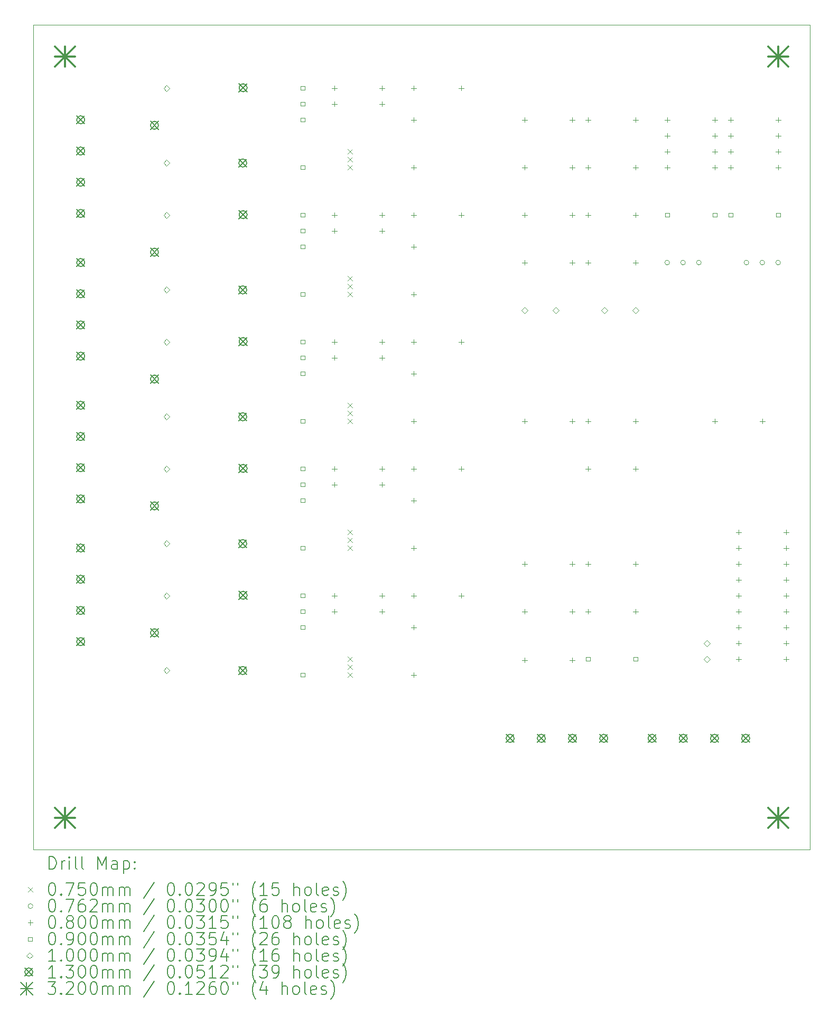
<source format=gbr>
%TF.GenerationSoftware,KiCad,Pcbnew,7.0.7-7.0.7~ubuntu22.04.1*%
%TF.CreationDate,2023-08-30T14:26:05-06:00*%
%TF.ProjectId,PWM_PCB,50574d5f-5043-4422-9e6b-696361645f70,rev?*%
%TF.SameCoordinates,Original*%
%TF.FileFunction,Drillmap*%
%TF.FilePolarity,Positive*%
%FSLAX45Y45*%
G04 Gerber Fmt 4.5, Leading zero omitted, Abs format (unit mm)*
G04 Created by KiCad (PCBNEW 7.0.7-7.0.7~ubuntu22.04.1) date 2023-08-30 14:26:05*
%MOMM*%
%LPD*%
G01*
G04 APERTURE LIST*
%ADD10C,0.100000*%
%ADD11C,0.200000*%
%ADD12C,0.075000*%
%ADD13C,0.076200*%
%ADD14C,0.080000*%
%ADD15C,0.090000*%
%ADD16C,0.130000*%
%ADD17C,0.320000*%
G04 APERTURE END LIST*
D10*
X8382000Y-2286000D02*
X20828000Y-2286000D01*
X20828000Y-15494000D01*
X8382000Y-15494000D01*
X8382000Y-2286000D01*
D11*
D12*
X13424500Y-4280500D02*
X13499500Y-4355500D01*
X13499500Y-4280500D02*
X13424500Y-4355500D01*
X13424500Y-4407500D02*
X13499500Y-4482500D01*
X13499500Y-4407500D02*
X13424500Y-4482500D01*
X13424500Y-4534500D02*
X13499500Y-4609500D01*
X13499500Y-4534500D02*
X13424500Y-4609500D01*
X13424500Y-6312500D02*
X13499500Y-6387500D01*
X13499500Y-6312500D02*
X13424500Y-6387500D01*
X13424500Y-6439500D02*
X13499500Y-6514500D01*
X13499500Y-6439500D02*
X13424500Y-6514500D01*
X13424500Y-6566500D02*
X13499500Y-6641500D01*
X13499500Y-6566500D02*
X13424500Y-6641500D01*
X13424500Y-8344500D02*
X13499500Y-8419500D01*
X13499500Y-8344500D02*
X13424500Y-8419500D01*
X13424500Y-8471500D02*
X13499500Y-8546500D01*
X13499500Y-8471500D02*
X13424500Y-8546500D01*
X13424500Y-8598500D02*
X13499500Y-8673500D01*
X13499500Y-8598500D02*
X13424500Y-8673500D01*
X13424500Y-10376500D02*
X13499500Y-10451500D01*
X13499500Y-10376500D02*
X13424500Y-10451500D01*
X13424500Y-10503500D02*
X13499500Y-10578500D01*
X13499500Y-10503500D02*
X13424500Y-10578500D01*
X13424500Y-10630500D02*
X13499500Y-10705500D01*
X13499500Y-10630500D02*
X13424500Y-10705500D01*
X13424500Y-12408500D02*
X13499500Y-12483500D01*
X13499500Y-12408500D02*
X13424500Y-12483500D01*
X13424500Y-12535500D02*
X13499500Y-12610500D01*
X13499500Y-12535500D02*
X13424500Y-12610500D01*
X13424500Y-12662500D02*
X13499500Y-12737500D01*
X13499500Y-12662500D02*
X13424500Y-12737500D01*
D13*
X18580100Y-6096000D02*
G75*
G03*
X18580100Y-6096000I-38100J0D01*
G01*
X18834100Y-6096000D02*
G75*
G03*
X18834100Y-6096000I-38100J0D01*
G01*
X19088100Y-6096000D02*
G75*
G03*
X19088100Y-6096000I-38100J0D01*
G01*
X19850100Y-6096000D02*
G75*
G03*
X19850100Y-6096000I-38100J0D01*
G01*
X20104100Y-6096000D02*
G75*
G03*
X20104100Y-6096000I-38100J0D01*
G01*
X20358100Y-6096000D02*
G75*
G03*
X20358100Y-6096000I-38100J0D01*
G01*
D14*
X13208000Y-3262000D02*
X13208000Y-3342000D01*
X13168000Y-3302000D02*
X13248000Y-3302000D01*
X13208000Y-3516000D02*
X13208000Y-3596000D01*
X13168000Y-3556000D02*
X13248000Y-3556000D01*
X13208000Y-5294000D02*
X13208000Y-5374000D01*
X13168000Y-5334000D02*
X13248000Y-5334000D01*
X13208000Y-5548000D02*
X13208000Y-5628000D01*
X13168000Y-5588000D02*
X13248000Y-5588000D01*
X13208000Y-7326000D02*
X13208000Y-7406000D01*
X13168000Y-7366000D02*
X13248000Y-7366000D01*
X13208000Y-7580000D02*
X13208000Y-7660000D01*
X13168000Y-7620000D02*
X13248000Y-7620000D01*
X13208000Y-9358000D02*
X13208000Y-9438000D01*
X13168000Y-9398000D02*
X13248000Y-9398000D01*
X13208000Y-9612000D02*
X13208000Y-9692000D01*
X13168000Y-9652000D02*
X13248000Y-9652000D01*
X13208000Y-11390000D02*
X13208000Y-11470000D01*
X13168000Y-11430000D02*
X13248000Y-11430000D01*
X13208000Y-11644000D02*
X13208000Y-11724000D01*
X13168000Y-11684000D02*
X13248000Y-11684000D01*
X13970000Y-3262000D02*
X13970000Y-3342000D01*
X13930000Y-3302000D02*
X14010000Y-3302000D01*
X13970000Y-3516000D02*
X13970000Y-3596000D01*
X13930000Y-3556000D02*
X14010000Y-3556000D01*
X13970000Y-5294000D02*
X13970000Y-5374000D01*
X13930000Y-5334000D02*
X14010000Y-5334000D01*
X13970000Y-5548000D02*
X13970000Y-5628000D01*
X13930000Y-5588000D02*
X14010000Y-5588000D01*
X13970000Y-7326000D02*
X13970000Y-7406000D01*
X13930000Y-7366000D02*
X14010000Y-7366000D01*
X13970000Y-7580000D02*
X13970000Y-7660000D01*
X13930000Y-7620000D02*
X14010000Y-7620000D01*
X13970000Y-9358000D02*
X13970000Y-9438000D01*
X13930000Y-9398000D02*
X14010000Y-9398000D01*
X13970000Y-9612000D02*
X13970000Y-9692000D01*
X13930000Y-9652000D02*
X14010000Y-9652000D01*
X13970000Y-11390000D02*
X13970000Y-11470000D01*
X13930000Y-11430000D02*
X14010000Y-11430000D01*
X13970000Y-11644000D02*
X13970000Y-11724000D01*
X13930000Y-11684000D02*
X14010000Y-11684000D01*
X14478000Y-3262000D02*
X14478000Y-3342000D01*
X14438000Y-3302000D02*
X14518000Y-3302000D01*
X14478000Y-3770000D02*
X14478000Y-3850000D01*
X14438000Y-3810000D02*
X14518000Y-3810000D01*
X14478000Y-4532000D02*
X14478000Y-4612000D01*
X14438000Y-4572000D02*
X14518000Y-4572000D01*
X14478000Y-5294000D02*
X14478000Y-5374000D01*
X14438000Y-5334000D02*
X14518000Y-5334000D01*
X14478000Y-5802000D02*
X14478000Y-5882000D01*
X14438000Y-5842000D02*
X14518000Y-5842000D01*
X14478000Y-6564000D02*
X14478000Y-6644000D01*
X14438000Y-6604000D02*
X14518000Y-6604000D01*
X14478000Y-7326000D02*
X14478000Y-7406000D01*
X14438000Y-7366000D02*
X14518000Y-7366000D01*
X14478000Y-7834000D02*
X14478000Y-7914000D01*
X14438000Y-7874000D02*
X14518000Y-7874000D01*
X14478000Y-8596000D02*
X14478000Y-8676000D01*
X14438000Y-8636000D02*
X14518000Y-8636000D01*
X14478000Y-9358000D02*
X14478000Y-9438000D01*
X14438000Y-9398000D02*
X14518000Y-9398000D01*
X14478000Y-9866000D02*
X14478000Y-9946000D01*
X14438000Y-9906000D02*
X14518000Y-9906000D01*
X14478000Y-10628000D02*
X14478000Y-10708000D01*
X14438000Y-10668000D02*
X14518000Y-10668000D01*
X14478000Y-11390000D02*
X14478000Y-11470000D01*
X14438000Y-11430000D02*
X14518000Y-11430000D01*
X14478000Y-11898000D02*
X14478000Y-11978000D01*
X14438000Y-11938000D02*
X14518000Y-11938000D01*
X14478000Y-12660000D02*
X14478000Y-12740000D01*
X14438000Y-12700000D02*
X14518000Y-12700000D01*
X15240000Y-3262000D02*
X15240000Y-3342000D01*
X15200000Y-3302000D02*
X15280000Y-3302000D01*
X15240000Y-5294000D02*
X15240000Y-5374000D01*
X15200000Y-5334000D02*
X15280000Y-5334000D01*
X15240000Y-7326000D02*
X15240000Y-7406000D01*
X15200000Y-7366000D02*
X15280000Y-7366000D01*
X15240000Y-9358000D02*
X15240000Y-9438000D01*
X15200000Y-9398000D02*
X15280000Y-9398000D01*
X15240000Y-11390000D02*
X15240000Y-11470000D01*
X15200000Y-11430000D02*
X15280000Y-11430000D01*
X16256000Y-3770000D02*
X16256000Y-3850000D01*
X16216000Y-3810000D02*
X16296000Y-3810000D01*
X16256000Y-4532000D02*
X16256000Y-4612000D01*
X16216000Y-4572000D02*
X16296000Y-4572000D01*
X16256000Y-5294000D02*
X16256000Y-5374000D01*
X16216000Y-5334000D02*
X16296000Y-5334000D01*
X16256000Y-6056000D02*
X16256000Y-6136000D01*
X16216000Y-6096000D02*
X16296000Y-6096000D01*
X16256000Y-8596000D02*
X16256000Y-8676000D01*
X16216000Y-8636000D02*
X16296000Y-8636000D01*
X16256000Y-10882000D02*
X16256000Y-10962000D01*
X16216000Y-10922000D02*
X16296000Y-10922000D01*
X16256000Y-11644000D02*
X16256000Y-11724000D01*
X16216000Y-11684000D02*
X16296000Y-11684000D01*
X16256000Y-12423000D02*
X16256000Y-12503000D01*
X16216000Y-12463000D02*
X16296000Y-12463000D01*
X17018000Y-3770000D02*
X17018000Y-3850000D01*
X16978000Y-3810000D02*
X17058000Y-3810000D01*
X17018000Y-4532000D02*
X17018000Y-4612000D01*
X16978000Y-4572000D02*
X17058000Y-4572000D01*
X17018000Y-5294000D02*
X17018000Y-5374000D01*
X16978000Y-5334000D02*
X17058000Y-5334000D01*
X17018000Y-6056000D02*
X17018000Y-6136000D01*
X16978000Y-6096000D02*
X17058000Y-6096000D01*
X17018000Y-8596000D02*
X17018000Y-8676000D01*
X16978000Y-8636000D02*
X17058000Y-8636000D01*
X17018000Y-10882000D02*
X17018000Y-10962000D01*
X16978000Y-10922000D02*
X17058000Y-10922000D01*
X17018000Y-11644000D02*
X17018000Y-11724000D01*
X16978000Y-11684000D02*
X17058000Y-11684000D01*
X17018000Y-12423000D02*
X17018000Y-12503000D01*
X16978000Y-12463000D02*
X17058000Y-12463000D01*
X17272000Y-3770000D02*
X17272000Y-3850000D01*
X17232000Y-3810000D02*
X17312000Y-3810000D01*
X17272000Y-4532000D02*
X17272000Y-4612000D01*
X17232000Y-4572000D02*
X17312000Y-4572000D01*
X17272000Y-5294000D02*
X17272000Y-5374000D01*
X17232000Y-5334000D02*
X17312000Y-5334000D01*
X17272000Y-6056000D02*
X17272000Y-6136000D01*
X17232000Y-6096000D02*
X17312000Y-6096000D01*
X17272000Y-8596000D02*
X17272000Y-8676000D01*
X17232000Y-8636000D02*
X17312000Y-8636000D01*
X17272000Y-9358000D02*
X17272000Y-9438000D01*
X17232000Y-9398000D02*
X17312000Y-9398000D01*
X17272000Y-10882000D02*
X17272000Y-10962000D01*
X17232000Y-10922000D02*
X17312000Y-10922000D01*
X17272000Y-11644000D02*
X17272000Y-11724000D01*
X17232000Y-11684000D02*
X17312000Y-11684000D01*
X18034000Y-3770000D02*
X18034000Y-3850000D01*
X17994000Y-3810000D02*
X18074000Y-3810000D01*
X18034000Y-4532000D02*
X18034000Y-4612000D01*
X17994000Y-4572000D02*
X18074000Y-4572000D01*
X18034000Y-5294000D02*
X18034000Y-5374000D01*
X17994000Y-5334000D02*
X18074000Y-5334000D01*
X18034000Y-6056000D02*
X18034000Y-6136000D01*
X17994000Y-6096000D02*
X18074000Y-6096000D01*
X18034000Y-8596000D02*
X18034000Y-8676000D01*
X17994000Y-8636000D02*
X18074000Y-8636000D01*
X18034000Y-9358000D02*
X18034000Y-9438000D01*
X17994000Y-9398000D02*
X18074000Y-9398000D01*
X18034000Y-10882000D02*
X18034000Y-10962000D01*
X17994000Y-10922000D02*
X18074000Y-10922000D01*
X18034000Y-11644000D02*
X18034000Y-11724000D01*
X17994000Y-11684000D02*
X18074000Y-11684000D01*
X18542000Y-3770000D02*
X18542000Y-3850000D01*
X18502000Y-3810000D02*
X18582000Y-3810000D01*
X18542000Y-4024000D02*
X18542000Y-4104000D01*
X18502000Y-4064000D02*
X18582000Y-4064000D01*
X18542000Y-4278000D02*
X18542000Y-4358000D01*
X18502000Y-4318000D02*
X18582000Y-4318000D01*
X18542000Y-4532000D02*
X18542000Y-4612000D01*
X18502000Y-4572000D02*
X18582000Y-4572000D01*
X19304000Y-3770000D02*
X19304000Y-3850000D01*
X19264000Y-3810000D02*
X19344000Y-3810000D01*
X19304000Y-4024000D02*
X19304000Y-4104000D01*
X19264000Y-4064000D02*
X19344000Y-4064000D01*
X19304000Y-4278000D02*
X19304000Y-4358000D01*
X19264000Y-4318000D02*
X19344000Y-4318000D01*
X19304000Y-4532000D02*
X19304000Y-4612000D01*
X19264000Y-4572000D02*
X19344000Y-4572000D01*
X19304000Y-8596000D02*
X19304000Y-8676000D01*
X19264000Y-8636000D02*
X19344000Y-8636000D01*
X19558000Y-3770000D02*
X19558000Y-3850000D01*
X19518000Y-3810000D02*
X19598000Y-3810000D01*
X19558000Y-4024000D02*
X19558000Y-4104000D01*
X19518000Y-4064000D02*
X19598000Y-4064000D01*
X19558000Y-4278000D02*
X19558000Y-4358000D01*
X19518000Y-4318000D02*
X19598000Y-4318000D01*
X19558000Y-4532000D02*
X19558000Y-4612000D01*
X19518000Y-4572000D02*
X19598000Y-4572000D01*
X19685000Y-10374000D02*
X19685000Y-10454000D01*
X19645000Y-10414000D02*
X19725000Y-10414000D01*
X19685000Y-10628000D02*
X19685000Y-10708000D01*
X19645000Y-10668000D02*
X19725000Y-10668000D01*
X19685000Y-10882000D02*
X19685000Y-10962000D01*
X19645000Y-10922000D02*
X19725000Y-10922000D01*
X19685000Y-11136000D02*
X19685000Y-11216000D01*
X19645000Y-11176000D02*
X19725000Y-11176000D01*
X19685000Y-11390000D02*
X19685000Y-11470000D01*
X19645000Y-11430000D02*
X19725000Y-11430000D01*
X19685000Y-11644000D02*
X19685000Y-11724000D01*
X19645000Y-11684000D02*
X19725000Y-11684000D01*
X19685000Y-11898000D02*
X19685000Y-11978000D01*
X19645000Y-11938000D02*
X19725000Y-11938000D01*
X19685000Y-12152000D02*
X19685000Y-12232000D01*
X19645000Y-12192000D02*
X19725000Y-12192000D01*
X19685000Y-12406000D02*
X19685000Y-12486000D01*
X19645000Y-12446000D02*
X19725000Y-12446000D01*
X20066000Y-8596000D02*
X20066000Y-8676000D01*
X20026000Y-8636000D02*
X20106000Y-8636000D01*
X20320000Y-3770000D02*
X20320000Y-3850000D01*
X20280000Y-3810000D02*
X20360000Y-3810000D01*
X20320000Y-4024000D02*
X20320000Y-4104000D01*
X20280000Y-4064000D02*
X20360000Y-4064000D01*
X20320000Y-4278000D02*
X20320000Y-4358000D01*
X20280000Y-4318000D02*
X20360000Y-4318000D01*
X20320000Y-4532000D02*
X20320000Y-4612000D01*
X20280000Y-4572000D02*
X20360000Y-4572000D01*
X20447000Y-10374000D02*
X20447000Y-10454000D01*
X20407000Y-10414000D02*
X20487000Y-10414000D01*
X20447000Y-10628000D02*
X20447000Y-10708000D01*
X20407000Y-10668000D02*
X20487000Y-10668000D01*
X20447000Y-10882000D02*
X20447000Y-10962000D01*
X20407000Y-10922000D02*
X20487000Y-10922000D01*
X20447000Y-11136000D02*
X20447000Y-11216000D01*
X20407000Y-11176000D02*
X20487000Y-11176000D01*
X20447000Y-11390000D02*
X20447000Y-11470000D01*
X20407000Y-11430000D02*
X20487000Y-11430000D01*
X20447000Y-11644000D02*
X20447000Y-11724000D01*
X20407000Y-11684000D02*
X20487000Y-11684000D01*
X20447000Y-11898000D02*
X20447000Y-11978000D01*
X20407000Y-11938000D02*
X20487000Y-11938000D01*
X20447000Y-12152000D02*
X20447000Y-12232000D01*
X20407000Y-12192000D02*
X20487000Y-12192000D01*
X20447000Y-12406000D02*
X20447000Y-12486000D01*
X20407000Y-12446000D02*
X20487000Y-12446000D01*
D15*
X12731820Y-3333820D02*
X12731820Y-3270180D01*
X12668180Y-3270180D01*
X12668180Y-3333820D01*
X12731820Y-3333820D01*
X12731820Y-3587820D02*
X12731820Y-3524180D01*
X12668180Y-3524180D01*
X12668180Y-3587820D01*
X12731820Y-3587820D01*
X12731820Y-3841820D02*
X12731820Y-3778180D01*
X12668180Y-3778180D01*
X12668180Y-3841820D01*
X12731820Y-3841820D01*
X12731820Y-4603820D02*
X12731820Y-4540180D01*
X12668180Y-4540180D01*
X12668180Y-4603820D01*
X12731820Y-4603820D01*
X12731820Y-5365820D02*
X12731820Y-5302180D01*
X12668180Y-5302180D01*
X12668180Y-5365820D01*
X12731820Y-5365820D01*
X12731820Y-5619820D02*
X12731820Y-5556180D01*
X12668180Y-5556180D01*
X12668180Y-5619820D01*
X12731820Y-5619820D01*
X12731820Y-5873820D02*
X12731820Y-5810180D01*
X12668180Y-5810180D01*
X12668180Y-5873820D01*
X12731820Y-5873820D01*
X12731820Y-6635820D02*
X12731820Y-6572180D01*
X12668180Y-6572180D01*
X12668180Y-6635820D01*
X12731820Y-6635820D01*
X12731820Y-7397820D02*
X12731820Y-7334180D01*
X12668180Y-7334180D01*
X12668180Y-7397820D01*
X12731820Y-7397820D01*
X12731820Y-7651820D02*
X12731820Y-7588180D01*
X12668180Y-7588180D01*
X12668180Y-7651820D01*
X12731820Y-7651820D01*
X12731820Y-7905820D02*
X12731820Y-7842180D01*
X12668180Y-7842180D01*
X12668180Y-7905820D01*
X12731820Y-7905820D01*
X12731820Y-8667820D02*
X12731820Y-8604180D01*
X12668180Y-8604180D01*
X12668180Y-8667820D01*
X12731820Y-8667820D01*
X12731820Y-9429820D02*
X12731820Y-9366180D01*
X12668180Y-9366180D01*
X12668180Y-9429820D01*
X12731820Y-9429820D01*
X12731820Y-9683820D02*
X12731820Y-9620180D01*
X12668180Y-9620180D01*
X12668180Y-9683820D01*
X12731820Y-9683820D01*
X12731820Y-9937820D02*
X12731820Y-9874180D01*
X12668180Y-9874180D01*
X12668180Y-9937820D01*
X12731820Y-9937820D01*
X12731820Y-10699820D02*
X12731820Y-10636180D01*
X12668180Y-10636180D01*
X12668180Y-10699820D01*
X12731820Y-10699820D01*
X12731820Y-11461820D02*
X12731820Y-11398180D01*
X12668180Y-11398180D01*
X12668180Y-11461820D01*
X12731820Y-11461820D01*
X12731820Y-11715820D02*
X12731820Y-11652180D01*
X12668180Y-11652180D01*
X12668180Y-11715820D01*
X12731820Y-11715820D01*
X12731820Y-11969820D02*
X12731820Y-11906180D01*
X12668180Y-11906180D01*
X12668180Y-11969820D01*
X12731820Y-11969820D01*
X12731820Y-12731820D02*
X12731820Y-12668180D01*
X12668180Y-12668180D01*
X12668180Y-12731820D01*
X12731820Y-12731820D01*
X17303820Y-12477820D02*
X17303820Y-12414180D01*
X17240180Y-12414180D01*
X17240180Y-12477820D01*
X17303820Y-12477820D01*
X18065820Y-12477820D02*
X18065820Y-12414180D01*
X18002180Y-12414180D01*
X18002180Y-12477820D01*
X18065820Y-12477820D01*
X18573820Y-5365820D02*
X18573820Y-5302180D01*
X18510180Y-5302180D01*
X18510180Y-5365820D01*
X18573820Y-5365820D01*
X19335820Y-5365820D02*
X19335820Y-5302180D01*
X19272180Y-5302180D01*
X19272180Y-5365820D01*
X19335820Y-5365820D01*
X19589820Y-5365820D02*
X19589820Y-5302180D01*
X19526180Y-5302180D01*
X19526180Y-5365820D01*
X19589820Y-5365820D01*
X20351820Y-5365820D02*
X20351820Y-5302180D01*
X20288180Y-5302180D01*
X20288180Y-5365820D01*
X20351820Y-5365820D01*
D10*
X10521000Y-3352000D02*
X10571000Y-3302000D01*
X10521000Y-3252000D01*
X10471000Y-3302000D01*
X10521000Y-3352000D01*
X10521000Y-4552000D02*
X10571000Y-4502000D01*
X10521000Y-4452000D01*
X10471000Y-4502000D01*
X10521000Y-4552000D01*
X10521000Y-5384000D02*
X10571000Y-5334000D01*
X10521000Y-5284000D01*
X10471000Y-5334000D01*
X10521000Y-5384000D01*
X10521000Y-6584000D02*
X10571000Y-6534000D01*
X10521000Y-6484000D01*
X10471000Y-6534000D01*
X10521000Y-6584000D01*
X10521000Y-7416000D02*
X10571000Y-7366000D01*
X10521000Y-7316000D01*
X10471000Y-7366000D01*
X10521000Y-7416000D01*
X10521000Y-8616000D02*
X10571000Y-8566000D01*
X10521000Y-8516000D01*
X10471000Y-8566000D01*
X10521000Y-8616000D01*
X10521000Y-9448000D02*
X10571000Y-9398000D01*
X10521000Y-9348000D01*
X10471000Y-9398000D01*
X10521000Y-9448000D01*
X10521000Y-10648000D02*
X10571000Y-10598000D01*
X10521000Y-10548000D01*
X10471000Y-10598000D01*
X10521000Y-10648000D01*
X10521000Y-11480000D02*
X10571000Y-11430000D01*
X10521000Y-11380000D01*
X10471000Y-11430000D01*
X10521000Y-11480000D01*
X10521000Y-12680000D02*
X10571000Y-12630000D01*
X10521000Y-12580000D01*
X10471000Y-12630000D01*
X10521000Y-12680000D01*
X16256000Y-6908000D02*
X16306000Y-6858000D01*
X16256000Y-6808000D01*
X16206000Y-6858000D01*
X16256000Y-6908000D01*
X16756000Y-6908000D02*
X16806000Y-6858000D01*
X16756000Y-6808000D01*
X16706000Y-6858000D01*
X16756000Y-6908000D01*
X17534000Y-6908000D02*
X17584000Y-6858000D01*
X17534000Y-6808000D01*
X17484000Y-6858000D01*
X17534000Y-6908000D01*
X18034000Y-6908000D02*
X18084000Y-6858000D01*
X18034000Y-6808000D01*
X17984000Y-6858000D01*
X18034000Y-6908000D01*
X19177000Y-12242000D02*
X19227000Y-12192000D01*
X19177000Y-12142000D01*
X19127000Y-12192000D01*
X19177000Y-12242000D01*
X19177000Y-12496000D02*
X19227000Y-12446000D01*
X19177000Y-12396000D01*
X19127000Y-12446000D01*
X19177000Y-12496000D01*
D16*
X9079000Y-3745000D02*
X9209000Y-3875000D01*
X9209000Y-3745000D02*
X9079000Y-3875000D01*
X9209000Y-3810000D02*
G75*
G03*
X9209000Y-3810000I-65000J0D01*
G01*
X9079000Y-4245000D02*
X9209000Y-4375000D01*
X9209000Y-4245000D02*
X9079000Y-4375000D01*
X9209000Y-4310000D02*
G75*
G03*
X9209000Y-4310000I-65000J0D01*
G01*
X9079000Y-4745000D02*
X9209000Y-4875000D01*
X9209000Y-4745000D02*
X9079000Y-4875000D01*
X9209000Y-4810000D02*
G75*
G03*
X9209000Y-4810000I-65000J0D01*
G01*
X9079000Y-5245000D02*
X9209000Y-5375000D01*
X9209000Y-5245000D02*
X9079000Y-5375000D01*
X9209000Y-5310000D02*
G75*
G03*
X9209000Y-5310000I-65000J0D01*
G01*
X9079000Y-6031000D02*
X9209000Y-6161000D01*
X9209000Y-6031000D02*
X9079000Y-6161000D01*
X9209000Y-6096000D02*
G75*
G03*
X9209000Y-6096000I-65000J0D01*
G01*
X9079000Y-6531000D02*
X9209000Y-6661000D01*
X9209000Y-6531000D02*
X9079000Y-6661000D01*
X9209000Y-6596000D02*
G75*
G03*
X9209000Y-6596000I-65000J0D01*
G01*
X9079000Y-7031000D02*
X9209000Y-7161000D01*
X9209000Y-7031000D02*
X9079000Y-7161000D01*
X9209000Y-7096000D02*
G75*
G03*
X9209000Y-7096000I-65000J0D01*
G01*
X9079000Y-7531000D02*
X9209000Y-7661000D01*
X9209000Y-7531000D02*
X9079000Y-7661000D01*
X9209000Y-7596000D02*
G75*
G03*
X9209000Y-7596000I-65000J0D01*
G01*
X9079000Y-8317000D02*
X9209000Y-8447000D01*
X9209000Y-8317000D02*
X9079000Y-8447000D01*
X9209000Y-8382000D02*
G75*
G03*
X9209000Y-8382000I-65000J0D01*
G01*
X9079000Y-8817000D02*
X9209000Y-8947000D01*
X9209000Y-8817000D02*
X9079000Y-8947000D01*
X9209000Y-8882000D02*
G75*
G03*
X9209000Y-8882000I-65000J0D01*
G01*
X9079000Y-9317000D02*
X9209000Y-9447000D01*
X9209000Y-9317000D02*
X9079000Y-9447000D01*
X9209000Y-9382000D02*
G75*
G03*
X9209000Y-9382000I-65000J0D01*
G01*
X9079000Y-9817000D02*
X9209000Y-9947000D01*
X9209000Y-9817000D02*
X9079000Y-9947000D01*
X9209000Y-9882000D02*
G75*
G03*
X9209000Y-9882000I-65000J0D01*
G01*
X9079000Y-10603000D02*
X9209000Y-10733000D01*
X9209000Y-10603000D02*
X9079000Y-10733000D01*
X9209000Y-10668000D02*
G75*
G03*
X9209000Y-10668000I-65000J0D01*
G01*
X9079000Y-11103000D02*
X9209000Y-11233000D01*
X9209000Y-11103000D02*
X9079000Y-11233000D01*
X9209000Y-11168000D02*
G75*
G03*
X9209000Y-11168000I-65000J0D01*
G01*
X9079000Y-11603000D02*
X9209000Y-11733000D01*
X9209000Y-11603000D02*
X9079000Y-11733000D01*
X9209000Y-11668000D02*
G75*
G03*
X9209000Y-11668000I-65000J0D01*
G01*
X9079000Y-12103000D02*
X9209000Y-12233000D01*
X9209000Y-12103000D02*
X9079000Y-12233000D01*
X9209000Y-12168000D02*
G75*
G03*
X9209000Y-12168000I-65000J0D01*
G01*
X10261000Y-3832000D02*
X10391000Y-3962000D01*
X10391000Y-3832000D02*
X10261000Y-3962000D01*
X10391000Y-3897000D02*
G75*
G03*
X10391000Y-3897000I-65000J0D01*
G01*
X10261000Y-5864000D02*
X10391000Y-5994000D01*
X10391000Y-5864000D02*
X10261000Y-5994000D01*
X10391000Y-5929000D02*
G75*
G03*
X10391000Y-5929000I-65000J0D01*
G01*
X10261000Y-7896000D02*
X10391000Y-8026000D01*
X10391000Y-7896000D02*
X10261000Y-8026000D01*
X10391000Y-7961000D02*
G75*
G03*
X10391000Y-7961000I-65000J0D01*
G01*
X10261000Y-9928000D02*
X10391000Y-10058000D01*
X10391000Y-9928000D02*
X10261000Y-10058000D01*
X10391000Y-9993000D02*
G75*
G03*
X10391000Y-9993000I-65000J0D01*
G01*
X10261000Y-11960000D02*
X10391000Y-12090000D01*
X10391000Y-11960000D02*
X10261000Y-12090000D01*
X10391000Y-12025000D02*
G75*
G03*
X10391000Y-12025000I-65000J0D01*
G01*
X11676000Y-4437000D02*
X11806000Y-4567000D01*
X11806000Y-4437000D02*
X11676000Y-4567000D01*
X11806000Y-4502000D02*
G75*
G03*
X11806000Y-4502000I-65000J0D01*
G01*
X11676000Y-6469000D02*
X11806000Y-6599000D01*
X11806000Y-6469000D02*
X11676000Y-6599000D01*
X11806000Y-6534000D02*
G75*
G03*
X11806000Y-6534000I-65000J0D01*
G01*
X11676000Y-8501000D02*
X11806000Y-8631000D01*
X11806000Y-8501000D02*
X11676000Y-8631000D01*
X11806000Y-8566000D02*
G75*
G03*
X11806000Y-8566000I-65000J0D01*
G01*
X11676000Y-10533000D02*
X11806000Y-10663000D01*
X11806000Y-10533000D02*
X11676000Y-10663000D01*
X11806000Y-10598000D02*
G75*
G03*
X11806000Y-10598000I-65000J0D01*
G01*
X11676000Y-12565000D02*
X11806000Y-12695000D01*
X11806000Y-12565000D02*
X11676000Y-12695000D01*
X11806000Y-12630000D02*
G75*
G03*
X11806000Y-12630000I-65000J0D01*
G01*
X11681000Y-3232000D02*
X11811000Y-3362000D01*
X11811000Y-3232000D02*
X11681000Y-3362000D01*
X11811000Y-3297000D02*
G75*
G03*
X11811000Y-3297000I-65000J0D01*
G01*
X11681000Y-5264000D02*
X11811000Y-5394000D01*
X11811000Y-5264000D02*
X11681000Y-5394000D01*
X11811000Y-5329000D02*
G75*
G03*
X11811000Y-5329000I-65000J0D01*
G01*
X11681000Y-7296000D02*
X11811000Y-7426000D01*
X11811000Y-7296000D02*
X11681000Y-7426000D01*
X11811000Y-7361000D02*
G75*
G03*
X11811000Y-7361000I-65000J0D01*
G01*
X11681000Y-9328000D02*
X11811000Y-9458000D01*
X11811000Y-9328000D02*
X11681000Y-9458000D01*
X11811000Y-9393000D02*
G75*
G03*
X11811000Y-9393000I-65000J0D01*
G01*
X11681000Y-11360000D02*
X11811000Y-11490000D01*
X11811000Y-11360000D02*
X11681000Y-11490000D01*
X11811000Y-11425000D02*
G75*
G03*
X11811000Y-11425000I-65000J0D01*
G01*
X15961000Y-13651000D02*
X16091000Y-13781000D01*
X16091000Y-13651000D02*
X15961000Y-13781000D01*
X16091000Y-13716000D02*
G75*
G03*
X16091000Y-13716000I-65000J0D01*
G01*
X16461000Y-13651000D02*
X16591000Y-13781000D01*
X16591000Y-13651000D02*
X16461000Y-13781000D01*
X16591000Y-13716000D02*
G75*
G03*
X16591000Y-13716000I-65000J0D01*
G01*
X16961000Y-13651000D02*
X17091000Y-13781000D01*
X17091000Y-13651000D02*
X16961000Y-13781000D01*
X17091000Y-13716000D02*
G75*
G03*
X17091000Y-13716000I-65000J0D01*
G01*
X17461000Y-13651000D02*
X17591000Y-13781000D01*
X17591000Y-13651000D02*
X17461000Y-13781000D01*
X17591000Y-13716000D02*
G75*
G03*
X17591000Y-13716000I-65000J0D01*
G01*
X18235000Y-13651000D02*
X18365000Y-13781000D01*
X18365000Y-13651000D02*
X18235000Y-13781000D01*
X18365000Y-13716000D02*
G75*
G03*
X18365000Y-13716000I-65000J0D01*
G01*
X18735000Y-13651000D02*
X18865000Y-13781000D01*
X18865000Y-13651000D02*
X18735000Y-13781000D01*
X18865000Y-13716000D02*
G75*
G03*
X18865000Y-13716000I-65000J0D01*
G01*
X19235000Y-13651000D02*
X19365000Y-13781000D01*
X19365000Y-13651000D02*
X19235000Y-13781000D01*
X19365000Y-13716000D02*
G75*
G03*
X19365000Y-13716000I-65000J0D01*
G01*
X19735000Y-13651000D02*
X19865000Y-13781000D01*
X19865000Y-13651000D02*
X19735000Y-13781000D01*
X19865000Y-13716000D02*
G75*
G03*
X19865000Y-13716000I-65000J0D01*
G01*
D17*
X8730000Y-2634000D02*
X9050000Y-2954000D01*
X9050000Y-2634000D02*
X8730000Y-2954000D01*
X8890000Y-2634000D02*
X8890000Y-2954000D01*
X8730000Y-2794000D02*
X9050000Y-2794000D01*
X8730000Y-14826000D02*
X9050000Y-15146000D01*
X9050000Y-14826000D02*
X8730000Y-15146000D01*
X8890000Y-14826000D02*
X8890000Y-15146000D01*
X8730000Y-14986000D02*
X9050000Y-14986000D01*
X20160000Y-2634000D02*
X20480000Y-2954000D01*
X20480000Y-2634000D02*
X20160000Y-2954000D01*
X20320000Y-2634000D02*
X20320000Y-2954000D01*
X20160000Y-2794000D02*
X20480000Y-2794000D01*
X20160000Y-14826000D02*
X20480000Y-15146000D01*
X20480000Y-14826000D02*
X20160000Y-15146000D01*
X20320000Y-14826000D02*
X20320000Y-15146000D01*
X20160000Y-14986000D02*
X20480000Y-14986000D01*
D11*
X8637777Y-15810484D02*
X8637777Y-15610484D01*
X8637777Y-15610484D02*
X8685396Y-15610484D01*
X8685396Y-15610484D02*
X8713967Y-15620008D01*
X8713967Y-15620008D02*
X8733015Y-15639055D01*
X8733015Y-15639055D02*
X8742539Y-15658103D01*
X8742539Y-15658103D02*
X8752063Y-15696198D01*
X8752063Y-15696198D02*
X8752063Y-15724769D01*
X8752063Y-15724769D02*
X8742539Y-15762865D01*
X8742539Y-15762865D02*
X8733015Y-15781912D01*
X8733015Y-15781912D02*
X8713967Y-15800960D01*
X8713967Y-15800960D02*
X8685396Y-15810484D01*
X8685396Y-15810484D02*
X8637777Y-15810484D01*
X8837777Y-15810484D02*
X8837777Y-15677150D01*
X8837777Y-15715246D02*
X8847301Y-15696198D01*
X8847301Y-15696198D02*
X8856824Y-15686674D01*
X8856824Y-15686674D02*
X8875872Y-15677150D01*
X8875872Y-15677150D02*
X8894920Y-15677150D01*
X8961586Y-15810484D02*
X8961586Y-15677150D01*
X8961586Y-15610484D02*
X8952063Y-15620008D01*
X8952063Y-15620008D02*
X8961586Y-15629531D01*
X8961586Y-15629531D02*
X8971110Y-15620008D01*
X8971110Y-15620008D02*
X8961586Y-15610484D01*
X8961586Y-15610484D02*
X8961586Y-15629531D01*
X9085396Y-15810484D02*
X9066348Y-15800960D01*
X9066348Y-15800960D02*
X9056824Y-15781912D01*
X9056824Y-15781912D02*
X9056824Y-15610484D01*
X9190158Y-15810484D02*
X9171110Y-15800960D01*
X9171110Y-15800960D02*
X9161586Y-15781912D01*
X9161586Y-15781912D02*
X9161586Y-15610484D01*
X9418729Y-15810484D02*
X9418729Y-15610484D01*
X9418729Y-15610484D02*
X9485396Y-15753341D01*
X9485396Y-15753341D02*
X9552063Y-15610484D01*
X9552063Y-15610484D02*
X9552063Y-15810484D01*
X9733015Y-15810484D02*
X9733015Y-15705722D01*
X9733015Y-15705722D02*
X9723491Y-15686674D01*
X9723491Y-15686674D02*
X9704444Y-15677150D01*
X9704444Y-15677150D02*
X9666348Y-15677150D01*
X9666348Y-15677150D02*
X9647301Y-15686674D01*
X9733015Y-15800960D02*
X9713967Y-15810484D01*
X9713967Y-15810484D02*
X9666348Y-15810484D01*
X9666348Y-15810484D02*
X9647301Y-15800960D01*
X9647301Y-15800960D02*
X9637777Y-15781912D01*
X9637777Y-15781912D02*
X9637777Y-15762865D01*
X9637777Y-15762865D02*
X9647301Y-15743817D01*
X9647301Y-15743817D02*
X9666348Y-15734293D01*
X9666348Y-15734293D02*
X9713967Y-15734293D01*
X9713967Y-15734293D02*
X9733015Y-15724769D01*
X9828253Y-15677150D02*
X9828253Y-15877150D01*
X9828253Y-15686674D02*
X9847301Y-15677150D01*
X9847301Y-15677150D02*
X9885396Y-15677150D01*
X9885396Y-15677150D02*
X9904444Y-15686674D01*
X9904444Y-15686674D02*
X9913967Y-15696198D01*
X9913967Y-15696198D02*
X9923491Y-15715246D01*
X9923491Y-15715246D02*
X9923491Y-15772388D01*
X9923491Y-15772388D02*
X9913967Y-15791436D01*
X9913967Y-15791436D02*
X9904444Y-15800960D01*
X9904444Y-15800960D02*
X9885396Y-15810484D01*
X9885396Y-15810484D02*
X9847301Y-15810484D01*
X9847301Y-15810484D02*
X9828253Y-15800960D01*
X10009205Y-15791436D02*
X10018729Y-15800960D01*
X10018729Y-15800960D02*
X10009205Y-15810484D01*
X10009205Y-15810484D02*
X9999682Y-15800960D01*
X9999682Y-15800960D02*
X10009205Y-15791436D01*
X10009205Y-15791436D02*
X10009205Y-15810484D01*
X10009205Y-15686674D02*
X10018729Y-15696198D01*
X10018729Y-15696198D02*
X10009205Y-15705722D01*
X10009205Y-15705722D02*
X9999682Y-15696198D01*
X9999682Y-15696198D02*
X10009205Y-15686674D01*
X10009205Y-15686674D02*
X10009205Y-15705722D01*
D12*
X8302000Y-16101500D02*
X8377000Y-16176500D01*
X8377000Y-16101500D02*
X8302000Y-16176500D01*
D11*
X8675872Y-16030484D02*
X8694920Y-16030484D01*
X8694920Y-16030484D02*
X8713967Y-16040008D01*
X8713967Y-16040008D02*
X8723491Y-16049531D01*
X8723491Y-16049531D02*
X8733015Y-16068579D01*
X8733015Y-16068579D02*
X8742539Y-16106674D01*
X8742539Y-16106674D02*
X8742539Y-16154293D01*
X8742539Y-16154293D02*
X8733015Y-16192388D01*
X8733015Y-16192388D02*
X8723491Y-16211436D01*
X8723491Y-16211436D02*
X8713967Y-16220960D01*
X8713967Y-16220960D02*
X8694920Y-16230484D01*
X8694920Y-16230484D02*
X8675872Y-16230484D01*
X8675872Y-16230484D02*
X8656824Y-16220960D01*
X8656824Y-16220960D02*
X8647301Y-16211436D01*
X8647301Y-16211436D02*
X8637777Y-16192388D01*
X8637777Y-16192388D02*
X8628253Y-16154293D01*
X8628253Y-16154293D02*
X8628253Y-16106674D01*
X8628253Y-16106674D02*
X8637777Y-16068579D01*
X8637777Y-16068579D02*
X8647301Y-16049531D01*
X8647301Y-16049531D02*
X8656824Y-16040008D01*
X8656824Y-16040008D02*
X8675872Y-16030484D01*
X8828253Y-16211436D02*
X8837777Y-16220960D01*
X8837777Y-16220960D02*
X8828253Y-16230484D01*
X8828253Y-16230484D02*
X8818729Y-16220960D01*
X8818729Y-16220960D02*
X8828253Y-16211436D01*
X8828253Y-16211436D02*
X8828253Y-16230484D01*
X8904444Y-16030484D02*
X9037777Y-16030484D01*
X9037777Y-16030484D02*
X8952063Y-16230484D01*
X9209205Y-16030484D02*
X9113967Y-16030484D01*
X9113967Y-16030484D02*
X9104444Y-16125722D01*
X9104444Y-16125722D02*
X9113967Y-16116198D01*
X9113967Y-16116198D02*
X9133015Y-16106674D01*
X9133015Y-16106674D02*
X9180634Y-16106674D01*
X9180634Y-16106674D02*
X9199682Y-16116198D01*
X9199682Y-16116198D02*
X9209205Y-16125722D01*
X9209205Y-16125722D02*
X9218729Y-16144769D01*
X9218729Y-16144769D02*
X9218729Y-16192388D01*
X9218729Y-16192388D02*
X9209205Y-16211436D01*
X9209205Y-16211436D02*
X9199682Y-16220960D01*
X9199682Y-16220960D02*
X9180634Y-16230484D01*
X9180634Y-16230484D02*
X9133015Y-16230484D01*
X9133015Y-16230484D02*
X9113967Y-16220960D01*
X9113967Y-16220960D02*
X9104444Y-16211436D01*
X9342539Y-16030484D02*
X9361586Y-16030484D01*
X9361586Y-16030484D02*
X9380634Y-16040008D01*
X9380634Y-16040008D02*
X9390158Y-16049531D01*
X9390158Y-16049531D02*
X9399682Y-16068579D01*
X9399682Y-16068579D02*
X9409205Y-16106674D01*
X9409205Y-16106674D02*
X9409205Y-16154293D01*
X9409205Y-16154293D02*
X9399682Y-16192388D01*
X9399682Y-16192388D02*
X9390158Y-16211436D01*
X9390158Y-16211436D02*
X9380634Y-16220960D01*
X9380634Y-16220960D02*
X9361586Y-16230484D01*
X9361586Y-16230484D02*
X9342539Y-16230484D01*
X9342539Y-16230484D02*
X9323491Y-16220960D01*
X9323491Y-16220960D02*
X9313967Y-16211436D01*
X9313967Y-16211436D02*
X9304444Y-16192388D01*
X9304444Y-16192388D02*
X9294920Y-16154293D01*
X9294920Y-16154293D02*
X9294920Y-16106674D01*
X9294920Y-16106674D02*
X9304444Y-16068579D01*
X9304444Y-16068579D02*
X9313967Y-16049531D01*
X9313967Y-16049531D02*
X9323491Y-16040008D01*
X9323491Y-16040008D02*
X9342539Y-16030484D01*
X9494920Y-16230484D02*
X9494920Y-16097150D01*
X9494920Y-16116198D02*
X9504444Y-16106674D01*
X9504444Y-16106674D02*
X9523491Y-16097150D01*
X9523491Y-16097150D02*
X9552063Y-16097150D01*
X9552063Y-16097150D02*
X9571110Y-16106674D01*
X9571110Y-16106674D02*
X9580634Y-16125722D01*
X9580634Y-16125722D02*
X9580634Y-16230484D01*
X9580634Y-16125722D02*
X9590158Y-16106674D01*
X9590158Y-16106674D02*
X9609205Y-16097150D01*
X9609205Y-16097150D02*
X9637777Y-16097150D01*
X9637777Y-16097150D02*
X9656825Y-16106674D01*
X9656825Y-16106674D02*
X9666348Y-16125722D01*
X9666348Y-16125722D02*
X9666348Y-16230484D01*
X9761586Y-16230484D02*
X9761586Y-16097150D01*
X9761586Y-16116198D02*
X9771110Y-16106674D01*
X9771110Y-16106674D02*
X9790158Y-16097150D01*
X9790158Y-16097150D02*
X9818729Y-16097150D01*
X9818729Y-16097150D02*
X9837777Y-16106674D01*
X9837777Y-16106674D02*
X9847301Y-16125722D01*
X9847301Y-16125722D02*
X9847301Y-16230484D01*
X9847301Y-16125722D02*
X9856825Y-16106674D01*
X9856825Y-16106674D02*
X9875872Y-16097150D01*
X9875872Y-16097150D02*
X9904444Y-16097150D01*
X9904444Y-16097150D02*
X9923491Y-16106674D01*
X9923491Y-16106674D02*
X9933015Y-16125722D01*
X9933015Y-16125722D02*
X9933015Y-16230484D01*
X10323491Y-16020960D02*
X10152063Y-16278103D01*
X10580634Y-16030484D02*
X10599682Y-16030484D01*
X10599682Y-16030484D02*
X10618729Y-16040008D01*
X10618729Y-16040008D02*
X10628253Y-16049531D01*
X10628253Y-16049531D02*
X10637777Y-16068579D01*
X10637777Y-16068579D02*
X10647301Y-16106674D01*
X10647301Y-16106674D02*
X10647301Y-16154293D01*
X10647301Y-16154293D02*
X10637777Y-16192388D01*
X10637777Y-16192388D02*
X10628253Y-16211436D01*
X10628253Y-16211436D02*
X10618729Y-16220960D01*
X10618729Y-16220960D02*
X10599682Y-16230484D01*
X10599682Y-16230484D02*
X10580634Y-16230484D01*
X10580634Y-16230484D02*
X10561587Y-16220960D01*
X10561587Y-16220960D02*
X10552063Y-16211436D01*
X10552063Y-16211436D02*
X10542539Y-16192388D01*
X10542539Y-16192388D02*
X10533015Y-16154293D01*
X10533015Y-16154293D02*
X10533015Y-16106674D01*
X10533015Y-16106674D02*
X10542539Y-16068579D01*
X10542539Y-16068579D02*
X10552063Y-16049531D01*
X10552063Y-16049531D02*
X10561587Y-16040008D01*
X10561587Y-16040008D02*
X10580634Y-16030484D01*
X10733015Y-16211436D02*
X10742539Y-16220960D01*
X10742539Y-16220960D02*
X10733015Y-16230484D01*
X10733015Y-16230484D02*
X10723491Y-16220960D01*
X10723491Y-16220960D02*
X10733015Y-16211436D01*
X10733015Y-16211436D02*
X10733015Y-16230484D01*
X10866348Y-16030484D02*
X10885396Y-16030484D01*
X10885396Y-16030484D02*
X10904444Y-16040008D01*
X10904444Y-16040008D02*
X10913968Y-16049531D01*
X10913968Y-16049531D02*
X10923491Y-16068579D01*
X10923491Y-16068579D02*
X10933015Y-16106674D01*
X10933015Y-16106674D02*
X10933015Y-16154293D01*
X10933015Y-16154293D02*
X10923491Y-16192388D01*
X10923491Y-16192388D02*
X10913968Y-16211436D01*
X10913968Y-16211436D02*
X10904444Y-16220960D01*
X10904444Y-16220960D02*
X10885396Y-16230484D01*
X10885396Y-16230484D02*
X10866348Y-16230484D01*
X10866348Y-16230484D02*
X10847301Y-16220960D01*
X10847301Y-16220960D02*
X10837777Y-16211436D01*
X10837777Y-16211436D02*
X10828253Y-16192388D01*
X10828253Y-16192388D02*
X10818729Y-16154293D01*
X10818729Y-16154293D02*
X10818729Y-16106674D01*
X10818729Y-16106674D02*
X10828253Y-16068579D01*
X10828253Y-16068579D02*
X10837777Y-16049531D01*
X10837777Y-16049531D02*
X10847301Y-16040008D01*
X10847301Y-16040008D02*
X10866348Y-16030484D01*
X11009206Y-16049531D02*
X11018729Y-16040008D01*
X11018729Y-16040008D02*
X11037777Y-16030484D01*
X11037777Y-16030484D02*
X11085396Y-16030484D01*
X11085396Y-16030484D02*
X11104444Y-16040008D01*
X11104444Y-16040008D02*
X11113968Y-16049531D01*
X11113968Y-16049531D02*
X11123491Y-16068579D01*
X11123491Y-16068579D02*
X11123491Y-16087627D01*
X11123491Y-16087627D02*
X11113968Y-16116198D01*
X11113968Y-16116198D02*
X10999682Y-16230484D01*
X10999682Y-16230484D02*
X11123491Y-16230484D01*
X11218729Y-16230484D02*
X11256825Y-16230484D01*
X11256825Y-16230484D02*
X11275872Y-16220960D01*
X11275872Y-16220960D02*
X11285396Y-16211436D01*
X11285396Y-16211436D02*
X11304444Y-16182865D01*
X11304444Y-16182865D02*
X11313967Y-16144769D01*
X11313967Y-16144769D02*
X11313967Y-16068579D01*
X11313967Y-16068579D02*
X11304444Y-16049531D01*
X11304444Y-16049531D02*
X11294920Y-16040008D01*
X11294920Y-16040008D02*
X11275872Y-16030484D01*
X11275872Y-16030484D02*
X11237777Y-16030484D01*
X11237777Y-16030484D02*
X11218729Y-16040008D01*
X11218729Y-16040008D02*
X11209206Y-16049531D01*
X11209206Y-16049531D02*
X11199682Y-16068579D01*
X11199682Y-16068579D02*
X11199682Y-16116198D01*
X11199682Y-16116198D02*
X11209206Y-16135246D01*
X11209206Y-16135246D02*
X11218729Y-16144769D01*
X11218729Y-16144769D02*
X11237777Y-16154293D01*
X11237777Y-16154293D02*
X11275872Y-16154293D01*
X11275872Y-16154293D02*
X11294920Y-16144769D01*
X11294920Y-16144769D02*
X11304444Y-16135246D01*
X11304444Y-16135246D02*
X11313967Y-16116198D01*
X11494920Y-16030484D02*
X11399682Y-16030484D01*
X11399682Y-16030484D02*
X11390158Y-16125722D01*
X11390158Y-16125722D02*
X11399682Y-16116198D01*
X11399682Y-16116198D02*
X11418729Y-16106674D01*
X11418729Y-16106674D02*
X11466348Y-16106674D01*
X11466348Y-16106674D02*
X11485396Y-16116198D01*
X11485396Y-16116198D02*
X11494920Y-16125722D01*
X11494920Y-16125722D02*
X11504444Y-16144769D01*
X11504444Y-16144769D02*
X11504444Y-16192388D01*
X11504444Y-16192388D02*
X11494920Y-16211436D01*
X11494920Y-16211436D02*
X11485396Y-16220960D01*
X11485396Y-16220960D02*
X11466348Y-16230484D01*
X11466348Y-16230484D02*
X11418729Y-16230484D01*
X11418729Y-16230484D02*
X11399682Y-16220960D01*
X11399682Y-16220960D02*
X11390158Y-16211436D01*
X11580634Y-16030484D02*
X11580634Y-16068579D01*
X11656825Y-16030484D02*
X11656825Y-16068579D01*
X11952063Y-16306674D02*
X11942539Y-16297150D01*
X11942539Y-16297150D02*
X11923491Y-16268579D01*
X11923491Y-16268579D02*
X11913968Y-16249531D01*
X11913968Y-16249531D02*
X11904444Y-16220960D01*
X11904444Y-16220960D02*
X11894920Y-16173341D01*
X11894920Y-16173341D02*
X11894920Y-16135246D01*
X11894920Y-16135246D02*
X11904444Y-16087627D01*
X11904444Y-16087627D02*
X11913968Y-16059055D01*
X11913968Y-16059055D02*
X11923491Y-16040008D01*
X11923491Y-16040008D02*
X11942539Y-16011436D01*
X11942539Y-16011436D02*
X11952063Y-16001912D01*
X12133015Y-16230484D02*
X12018729Y-16230484D01*
X12075872Y-16230484D02*
X12075872Y-16030484D01*
X12075872Y-16030484D02*
X12056825Y-16059055D01*
X12056825Y-16059055D02*
X12037777Y-16078103D01*
X12037777Y-16078103D02*
X12018729Y-16087627D01*
X12313968Y-16030484D02*
X12218729Y-16030484D01*
X12218729Y-16030484D02*
X12209206Y-16125722D01*
X12209206Y-16125722D02*
X12218729Y-16116198D01*
X12218729Y-16116198D02*
X12237777Y-16106674D01*
X12237777Y-16106674D02*
X12285396Y-16106674D01*
X12285396Y-16106674D02*
X12304444Y-16116198D01*
X12304444Y-16116198D02*
X12313968Y-16125722D01*
X12313968Y-16125722D02*
X12323491Y-16144769D01*
X12323491Y-16144769D02*
X12323491Y-16192388D01*
X12323491Y-16192388D02*
X12313968Y-16211436D01*
X12313968Y-16211436D02*
X12304444Y-16220960D01*
X12304444Y-16220960D02*
X12285396Y-16230484D01*
X12285396Y-16230484D02*
X12237777Y-16230484D01*
X12237777Y-16230484D02*
X12218729Y-16220960D01*
X12218729Y-16220960D02*
X12209206Y-16211436D01*
X12561587Y-16230484D02*
X12561587Y-16030484D01*
X12647301Y-16230484D02*
X12647301Y-16125722D01*
X12647301Y-16125722D02*
X12637777Y-16106674D01*
X12637777Y-16106674D02*
X12618730Y-16097150D01*
X12618730Y-16097150D02*
X12590158Y-16097150D01*
X12590158Y-16097150D02*
X12571110Y-16106674D01*
X12571110Y-16106674D02*
X12561587Y-16116198D01*
X12771110Y-16230484D02*
X12752063Y-16220960D01*
X12752063Y-16220960D02*
X12742539Y-16211436D01*
X12742539Y-16211436D02*
X12733015Y-16192388D01*
X12733015Y-16192388D02*
X12733015Y-16135246D01*
X12733015Y-16135246D02*
X12742539Y-16116198D01*
X12742539Y-16116198D02*
X12752063Y-16106674D01*
X12752063Y-16106674D02*
X12771110Y-16097150D01*
X12771110Y-16097150D02*
X12799682Y-16097150D01*
X12799682Y-16097150D02*
X12818730Y-16106674D01*
X12818730Y-16106674D02*
X12828253Y-16116198D01*
X12828253Y-16116198D02*
X12837777Y-16135246D01*
X12837777Y-16135246D02*
X12837777Y-16192388D01*
X12837777Y-16192388D02*
X12828253Y-16211436D01*
X12828253Y-16211436D02*
X12818730Y-16220960D01*
X12818730Y-16220960D02*
X12799682Y-16230484D01*
X12799682Y-16230484D02*
X12771110Y-16230484D01*
X12952063Y-16230484D02*
X12933015Y-16220960D01*
X12933015Y-16220960D02*
X12923491Y-16201912D01*
X12923491Y-16201912D02*
X12923491Y-16030484D01*
X13104444Y-16220960D02*
X13085396Y-16230484D01*
X13085396Y-16230484D02*
X13047301Y-16230484D01*
X13047301Y-16230484D02*
X13028253Y-16220960D01*
X13028253Y-16220960D02*
X13018730Y-16201912D01*
X13018730Y-16201912D02*
X13018730Y-16125722D01*
X13018730Y-16125722D02*
X13028253Y-16106674D01*
X13028253Y-16106674D02*
X13047301Y-16097150D01*
X13047301Y-16097150D02*
X13085396Y-16097150D01*
X13085396Y-16097150D02*
X13104444Y-16106674D01*
X13104444Y-16106674D02*
X13113968Y-16125722D01*
X13113968Y-16125722D02*
X13113968Y-16144769D01*
X13113968Y-16144769D02*
X13018730Y-16163817D01*
X13190158Y-16220960D02*
X13209206Y-16230484D01*
X13209206Y-16230484D02*
X13247301Y-16230484D01*
X13247301Y-16230484D02*
X13266349Y-16220960D01*
X13266349Y-16220960D02*
X13275872Y-16201912D01*
X13275872Y-16201912D02*
X13275872Y-16192388D01*
X13275872Y-16192388D02*
X13266349Y-16173341D01*
X13266349Y-16173341D02*
X13247301Y-16163817D01*
X13247301Y-16163817D02*
X13218730Y-16163817D01*
X13218730Y-16163817D02*
X13199682Y-16154293D01*
X13199682Y-16154293D02*
X13190158Y-16135246D01*
X13190158Y-16135246D02*
X13190158Y-16125722D01*
X13190158Y-16125722D02*
X13199682Y-16106674D01*
X13199682Y-16106674D02*
X13218730Y-16097150D01*
X13218730Y-16097150D02*
X13247301Y-16097150D01*
X13247301Y-16097150D02*
X13266349Y-16106674D01*
X13342539Y-16306674D02*
X13352063Y-16297150D01*
X13352063Y-16297150D02*
X13371111Y-16268579D01*
X13371111Y-16268579D02*
X13380634Y-16249531D01*
X13380634Y-16249531D02*
X13390158Y-16220960D01*
X13390158Y-16220960D02*
X13399682Y-16173341D01*
X13399682Y-16173341D02*
X13399682Y-16135246D01*
X13399682Y-16135246D02*
X13390158Y-16087627D01*
X13390158Y-16087627D02*
X13380634Y-16059055D01*
X13380634Y-16059055D02*
X13371111Y-16040008D01*
X13371111Y-16040008D02*
X13352063Y-16011436D01*
X13352063Y-16011436D02*
X13342539Y-16001912D01*
D13*
X8377000Y-16403000D02*
G75*
G03*
X8377000Y-16403000I-38100J0D01*
G01*
D11*
X8675872Y-16294484D02*
X8694920Y-16294484D01*
X8694920Y-16294484D02*
X8713967Y-16304008D01*
X8713967Y-16304008D02*
X8723491Y-16313531D01*
X8723491Y-16313531D02*
X8733015Y-16332579D01*
X8733015Y-16332579D02*
X8742539Y-16370674D01*
X8742539Y-16370674D02*
X8742539Y-16418293D01*
X8742539Y-16418293D02*
X8733015Y-16456388D01*
X8733015Y-16456388D02*
X8723491Y-16475436D01*
X8723491Y-16475436D02*
X8713967Y-16484960D01*
X8713967Y-16484960D02*
X8694920Y-16494484D01*
X8694920Y-16494484D02*
X8675872Y-16494484D01*
X8675872Y-16494484D02*
X8656824Y-16484960D01*
X8656824Y-16484960D02*
X8647301Y-16475436D01*
X8647301Y-16475436D02*
X8637777Y-16456388D01*
X8637777Y-16456388D02*
X8628253Y-16418293D01*
X8628253Y-16418293D02*
X8628253Y-16370674D01*
X8628253Y-16370674D02*
X8637777Y-16332579D01*
X8637777Y-16332579D02*
X8647301Y-16313531D01*
X8647301Y-16313531D02*
X8656824Y-16304008D01*
X8656824Y-16304008D02*
X8675872Y-16294484D01*
X8828253Y-16475436D02*
X8837777Y-16484960D01*
X8837777Y-16484960D02*
X8828253Y-16494484D01*
X8828253Y-16494484D02*
X8818729Y-16484960D01*
X8818729Y-16484960D02*
X8828253Y-16475436D01*
X8828253Y-16475436D02*
X8828253Y-16494484D01*
X8904444Y-16294484D02*
X9037777Y-16294484D01*
X9037777Y-16294484D02*
X8952063Y-16494484D01*
X9199682Y-16294484D02*
X9161586Y-16294484D01*
X9161586Y-16294484D02*
X9142539Y-16304008D01*
X9142539Y-16304008D02*
X9133015Y-16313531D01*
X9133015Y-16313531D02*
X9113967Y-16342103D01*
X9113967Y-16342103D02*
X9104444Y-16380198D01*
X9104444Y-16380198D02*
X9104444Y-16456388D01*
X9104444Y-16456388D02*
X9113967Y-16475436D01*
X9113967Y-16475436D02*
X9123491Y-16484960D01*
X9123491Y-16484960D02*
X9142539Y-16494484D01*
X9142539Y-16494484D02*
X9180634Y-16494484D01*
X9180634Y-16494484D02*
X9199682Y-16484960D01*
X9199682Y-16484960D02*
X9209205Y-16475436D01*
X9209205Y-16475436D02*
X9218729Y-16456388D01*
X9218729Y-16456388D02*
X9218729Y-16408769D01*
X9218729Y-16408769D02*
X9209205Y-16389722D01*
X9209205Y-16389722D02*
X9199682Y-16380198D01*
X9199682Y-16380198D02*
X9180634Y-16370674D01*
X9180634Y-16370674D02*
X9142539Y-16370674D01*
X9142539Y-16370674D02*
X9123491Y-16380198D01*
X9123491Y-16380198D02*
X9113967Y-16389722D01*
X9113967Y-16389722D02*
X9104444Y-16408769D01*
X9294920Y-16313531D02*
X9304444Y-16304008D01*
X9304444Y-16304008D02*
X9323491Y-16294484D01*
X9323491Y-16294484D02*
X9371110Y-16294484D01*
X9371110Y-16294484D02*
X9390158Y-16304008D01*
X9390158Y-16304008D02*
X9399682Y-16313531D01*
X9399682Y-16313531D02*
X9409205Y-16332579D01*
X9409205Y-16332579D02*
X9409205Y-16351627D01*
X9409205Y-16351627D02*
X9399682Y-16380198D01*
X9399682Y-16380198D02*
X9285396Y-16494484D01*
X9285396Y-16494484D02*
X9409205Y-16494484D01*
X9494920Y-16494484D02*
X9494920Y-16361150D01*
X9494920Y-16380198D02*
X9504444Y-16370674D01*
X9504444Y-16370674D02*
X9523491Y-16361150D01*
X9523491Y-16361150D02*
X9552063Y-16361150D01*
X9552063Y-16361150D02*
X9571110Y-16370674D01*
X9571110Y-16370674D02*
X9580634Y-16389722D01*
X9580634Y-16389722D02*
X9580634Y-16494484D01*
X9580634Y-16389722D02*
X9590158Y-16370674D01*
X9590158Y-16370674D02*
X9609205Y-16361150D01*
X9609205Y-16361150D02*
X9637777Y-16361150D01*
X9637777Y-16361150D02*
X9656825Y-16370674D01*
X9656825Y-16370674D02*
X9666348Y-16389722D01*
X9666348Y-16389722D02*
X9666348Y-16494484D01*
X9761586Y-16494484D02*
X9761586Y-16361150D01*
X9761586Y-16380198D02*
X9771110Y-16370674D01*
X9771110Y-16370674D02*
X9790158Y-16361150D01*
X9790158Y-16361150D02*
X9818729Y-16361150D01*
X9818729Y-16361150D02*
X9837777Y-16370674D01*
X9837777Y-16370674D02*
X9847301Y-16389722D01*
X9847301Y-16389722D02*
X9847301Y-16494484D01*
X9847301Y-16389722D02*
X9856825Y-16370674D01*
X9856825Y-16370674D02*
X9875872Y-16361150D01*
X9875872Y-16361150D02*
X9904444Y-16361150D01*
X9904444Y-16361150D02*
X9923491Y-16370674D01*
X9923491Y-16370674D02*
X9933015Y-16389722D01*
X9933015Y-16389722D02*
X9933015Y-16494484D01*
X10323491Y-16284960D02*
X10152063Y-16542103D01*
X10580634Y-16294484D02*
X10599682Y-16294484D01*
X10599682Y-16294484D02*
X10618729Y-16304008D01*
X10618729Y-16304008D02*
X10628253Y-16313531D01*
X10628253Y-16313531D02*
X10637777Y-16332579D01*
X10637777Y-16332579D02*
X10647301Y-16370674D01*
X10647301Y-16370674D02*
X10647301Y-16418293D01*
X10647301Y-16418293D02*
X10637777Y-16456388D01*
X10637777Y-16456388D02*
X10628253Y-16475436D01*
X10628253Y-16475436D02*
X10618729Y-16484960D01*
X10618729Y-16484960D02*
X10599682Y-16494484D01*
X10599682Y-16494484D02*
X10580634Y-16494484D01*
X10580634Y-16494484D02*
X10561587Y-16484960D01*
X10561587Y-16484960D02*
X10552063Y-16475436D01*
X10552063Y-16475436D02*
X10542539Y-16456388D01*
X10542539Y-16456388D02*
X10533015Y-16418293D01*
X10533015Y-16418293D02*
X10533015Y-16370674D01*
X10533015Y-16370674D02*
X10542539Y-16332579D01*
X10542539Y-16332579D02*
X10552063Y-16313531D01*
X10552063Y-16313531D02*
X10561587Y-16304008D01*
X10561587Y-16304008D02*
X10580634Y-16294484D01*
X10733015Y-16475436D02*
X10742539Y-16484960D01*
X10742539Y-16484960D02*
X10733015Y-16494484D01*
X10733015Y-16494484D02*
X10723491Y-16484960D01*
X10723491Y-16484960D02*
X10733015Y-16475436D01*
X10733015Y-16475436D02*
X10733015Y-16494484D01*
X10866348Y-16294484D02*
X10885396Y-16294484D01*
X10885396Y-16294484D02*
X10904444Y-16304008D01*
X10904444Y-16304008D02*
X10913968Y-16313531D01*
X10913968Y-16313531D02*
X10923491Y-16332579D01*
X10923491Y-16332579D02*
X10933015Y-16370674D01*
X10933015Y-16370674D02*
X10933015Y-16418293D01*
X10933015Y-16418293D02*
X10923491Y-16456388D01*
X10923491Y-16456388D02*
X10913968Y-16475436D01*
X10913968Y-16475436D02*
X10904444Y-16484960D01*
X10904444Y-16484960D02*
X10885396Y-16494484D01*
X10885396Y-16494484D02*
X10866348Y-16494484D01*
X10866348Y-16494484D02*
X10847301Y-16484960D01*
X10847301Y-16484960D02*
X10837777Y-16475436D01*
X10837777Y-16475436D02*
X10828253Y-16456388D01*
X10828253Y-16456388D02*
X10818729Y-16418293D01*
X10818729Y-16418293D02*
X10818729Y-16370674D01*
X10818729Y-16370674D02*
X10828253Y-16332579D01*
X10828253Y-16332579D02*
X10837777Y-16313531D01*
X10837777Y-16313531D02*
X10847301Y-16304008D01*
X10847301Y-16304008D02*
X10866348Y-16294484D01*
X10999682Y-16294484D02*
X11123491Y-16294484D01*
X11123491Y-16294484D02*
X11056825Y-16370674D01*
X11056825Y-16370674D02*
X11085396Y-16370674D01*
X11085396Y-16370674D02*
X11104444Y-16380198D01*
X11104444Y-16380198D02*
X11113968Y-16389722D01*
X11113968Y-16389722D02*
X11123491Y-16408769D01*
X11123491Y-16408769D02*
X11123491Y-16456388D01*
X11123491Y-16456388D02*
X11113968Y-16475436D01*
X11113968Y-16475436D02*
X11104444Y-16484960D01*
X11104444Y-16484960D02*
X11085396Y-16494484D01*
X11085396Y-16494484D02*
X11028253Y-16494484D01*
X11028253Y-16494484D02*
X11009206Y-16484960D01*
X11009206Y-16484960D02*
X10999682Y-16475436D01*
X11247301Y-16294484D02*
X11266348Y-16294484D01*
X11266348Y-16294484D02*
X11285396Y-16304008D01*
X11285396Y-16304008D02*
X11294920Y-16313531D01*
X11294920Y-16313531D02*
X11304444Y-16332579D01*
X11304444Y-16332579D02*
X11313967Y-16370674D01*
X11313967Y-16370674D02*
X11313967Y-16418293D01*
X11313967Y-16418293D02*
X11304444Y-16456388D01*
X11304444Y-16456388D02*
X11294920Y-16475436D01*
X11294920Y-16475436D02*
X11285396Y-16484960D01*
X11285396Y-16484960D02*
X11266348Y-16494484D01*
X11266348Y-16494484D02*
X11247301Y-16494484D01*
X11247301Y-16494484D02*
X11228253Y-16484960D01*
X11228253Y-16484960D02*
X11218729Y-16475436D01*
X11218729Y-16475436D02*
X11209206Y-16456388D01*
X11209206Y-16456388D02*
X11199682Y-16418293D01*
X11199682Y-16418293D02*
X11199682Y-16370674D01*
X11199682Y-16370674D02*
X11209206Y-16332579D01*
X11209206Y-16332579D02*
X11218729Y-16313531D01*
X11218729Y-16313531D02*
X11228253Y-16304008D01*
X11228253Y-16304008D02*
X11247301Y-16294484D01*
X11437777Y-16294484D02*
X11456825Y-16294484D01*
X11456825Y-16294484D02*
X11475872Y-16304008D01*
X11475872Y-16304008D02*
X11485396Y-16313531D01*
X11485396Y-16313531D02*
X11494920Y-16332579D01*
X11494920Y-16332579D02*
X11504444Y-16370674D01*
X11504444Y-16370674D02*
X11504444Y-16418293D01*
X11504444Y-16418293D02*
X11494920Y-16456388D01*
X11494920Y-16456388D02*
X11485396Y-16475436D01*
X11485396Y-16475436D02*
X11475872Y-16484960D01*
X11475872Y-16484960D02*
X11456825Y-16494484D01*
X11456825Y-16494484D02*
X11437777Y-16494484D01*
X11437777Y-16494484D02*
X11418729Y-16484960D01*
X11418729Y-16484960D02*
X11409206Y-16475436D01*
X11409206Y-16475436D02*
X11399682Y-16456388D01*
X11399682Y-16456388D02*
X11390158Y-16418293D01*
X11390158Y-16418293D02*
X11390158Y-16370674D01*
X11390158Y-16370674D02*
X11399682Y-16332579D01*
X11399682Y-16332579D02*
X11409206Y-16313531D01*
X11409206Y-16313531D02*
X11418729Y-16304008D01*
X11418729Y-16304008D02*
X11437777Y-16294484D01*
X11580634Y-16294484D02*
X11580634Y-16332579D01*
X11656825Y-16294484D02*
X11656825Y-16332579D01*
X11952063Y-16570674D02*
X11942539Y-16561150D01*
X11942539Y-16561150D02*
X11923491Y-16532579D01*
X11923491Y-16532579D02*
X11913968Y-16513531D01*
X11913968Y-16513531D02*
X11904444Y-16484960D01*
X11904444Y-16484960D02*
X11894920Y-16437341D01*
X11894920Y-16437341D02*
X11894920Y-16399246D01*
X11894920Y-16399246D02*
X11904444Y-16351627D01*
X11904444Y-16351627D02*
X11913968Y-16323055D01*
X11913968Y-16323055D02*
X11923491Y-16304008D01*
X11923491Y-16304008D02*
X11942539Y-16275436D01*
X11942539Y-16275436D02*
X11952063Y-16265912D01*
X12113968Y-16294484D02*
X12075872Y-16294484D01*
X12075872Y-16294484D02*
X12056825Y-16304008D01*
X12056825Y-16304008D02*
X12047301Y-16313531D01*
X12047301Y-16313531D02*
X12028253Y-16342103D01*
X12028253Y-16342103D02*
X12018729Y-16380198D01*
X12018729Y-16380198D02*
X12018729Y-16456388D01*
X12018729Y-16456388D02*
X12028253Y-16475436D01*
X12028253Y-16475436D02*
X12037777Y-16484960D01*
X12037777Y-16484960D02*
X12056825Y-16494484D01*
X12056825Y-16494484D02*
X12094920Y-16494484D01*
X12094920Y-16494484D02*
X12113968Y-16484960D01*
X12113968Y-16484960D02*
X12123491Y-16475436D01*
X12123491Y-16475436D02*
X12133015Y-16456388D01*
X12133015Y-16456388D02*
X12133015Y-16408769D01*
X12133015Y-16408769D02*
X12123491Y-16389722D01*
X12123491Y-16389722D02*
X12113968Y-16380198D01*
X12113968Y-16380198D02*
X12094920Y-16370674D01*
X12094920Y-16370674D02*
X12056825Y-16370674D01*
X12056825Y-16370674D02*
X12037777Y-16380198D01*
X12037777Y-16380198D02*
X12028253Y-16389722D01*
X12028253Y-16389722D02*
X12018729Y-16408769D01*
X12371110Y-16494484D02*
X12371110Y-16294484D01*
X12456825Y-16494484D02*
X12456825Y-16389722D01*
X12456825Y-16389722D02*
X12447301Y-16370674D01*
X12447301Y-16370674D02*
X12428253Y-16361150D01*
X12428253Y-16361150D02*
X12399682Y-16361150D01*
X12399682Y-16361150D02*
X12380634Y-16370674D01*
X12380634Y-16370674D02*
X12371110Y-16380198D01*
X12580634Y-16494484D02*
X12561587Y-16484960D01*
X12561587Y-16484960D02*
X12552063Y-16475436D01*
X12552063Y-16475436D02*
X12542539Y-16456388D01*
X12542539Y-16456388D02*
X12542539Y-16399246D01*
X12542539Y-16399246D02*
X12552063Y-16380198D01*
X12552063Y-16380198D02*
X12561587Y-16370674D01*
X12561587Y-16370674D02*
X12580634Y-16361150D01*
X12580634Y-16361150D02*
X12609206Y-16361150D01*
X12609206Y-16361150D02*
X12628253Y-16370674D01*
X12628253Y-16370674D02*
X12637777Y-16380198D01*
X12637777Y-16380198D02*
X12647301Y-16399246D01*
X12647301Y-16399246D02*
X12647301Y-16456388D01*
X12647301Y-16456388D02*
X12637777Y-16475436D01*
X12637777Y-16475436D02*
X12628253Y-16484960D01*
X12628253Y-16484960D02*
X12609206Y-16494484D01*
X12609206Y-16494484D02*
X12580634Y-16494484D01*
X12761587Y-16494484D02*
X12742539Y-16484960D01*
X12742539Y-16484960D02*
X12733015Y-16465912D01*
X12733015Y-16465912D02*
X12733015Y-16294484D01*
X12913968Y-16484960D02*
X12894920Y-16494484D01*
X12894920Y-16494484D02*
X12856825Y-16494484D01*
X12856825Y-16494484D02*
X12837777Y-16484960D01*
X12837777Y-16484960D02*
X12828253Y-16465912D01*
X12828253Y-16465912D02*
X12828253Y-16389722D01*
X12828253Y-16389722D02*
X12837777Y-16370674D01*
X12837777Y-16370674D02*
X12856825Y-16361150D01*
X12856825Y-16361150D02*
X12894920Y-16361150D01*
X12894920Y-16361150D02*
X12913968Y-16370674D01*
X12913968Y-16370674D02*
X12923491Y-16389722D01*
X12923491Y-16389722D02*
X12923491Y-16408769D01*
X12923491Y-16408769D02*
X12828253Y-16427817D01*
X12999682Y-16484960D02*
X13018730Y-16494484D01*
X13018730Y-16494484D02*
X13056825Y-16494484D01*
X13056825Y-16494484D02*
X13075872Y-16484960D01*
X13075872Y-16484960D02*
X13085396Y-16465912D01*
X13085396Y-16465912D02*
X13085396Y-16456388D01*
X13085396Y-16456388D02*
X13075872Y-16437341D01*
X13075872Y-16437341D02*
X13056825Y-16427817D01*
X13056825Y-16427817D02*
X13028253Y-16427817D01*
X13028253Y-16427817D02*
X13009206Y-16418293D01*
X13009206Y-16418293D02*
X12999682Y-16399246D01*
X12999682Y-16399246D02*
X12999682Y-16389722D01*
X12999682Y-16389722D02*
X13009206Y-16370674D01*
X13009206Y-16370674D02*
X13028253Y-16361150D01*
X13028253Y-16361150D02*
X13056825Y-16361150D01*
X13056825Y-16361150D02*
X13075872Y-16370674D01*
X13152063Y-16570674D02*
X13161587Y-16561150D01*
X13161587Y-16561150D02*
X13180634Y-16532579D01*
X13180634Y-16532579D02*
X13190158Y-16513531D01*
X13190158Y-16513531D02*
X13199682Y-16484960D01*
X13199682Y-16484960D02*
X13209206Y-16437341D01*
X13209206Y-16437341D02*
X13209206Y-16399246D01*
X13209206Y-16399246D02*
X13199682Y-16351627D01*
X13199682Y-16351627D02*
X13190158Y-16323055D01*
X13190158Y-16323055D02*
X13180634Y-16304008D01*
X13180634Y-16304008D02*
X13161587Y-16275436D01*
X13161587Y-16275436D02*
X13152063Y-16265912D01*
D14*
X8337000Y-16627000D02*
X8337000Y-16707000D01*
X8297000Y-16667000D02*
X8377000Y-16667000D01*
D11*
X8675872Y-16558484D02*
X8694920Y-16558484D01*
X8694920Y-16558484D02*
X8713967Y-16568008D01*
X8713967Y-16568008D02*
X8723491Y-16577531D01*
X8723491Y-16577531D02*
X8733015Y-16596579D01*
X8733015Y-16596579D02*
X8742539Y-16634674D01*
X8742539Y-16634674D02*
X8742539Y-16682293D01*
X8742539Y-16682293D02*
X8733015Y-16720388D01*
X8733015Y-16720388D02*
X8723491Y-16739436D01*
X8723491Y-16739436D02*
X8713967Y-16748960D01*
X8713967Y-16748960D02*
X8694920Y-16758484D01*
X8694920Y-16758484D02*
X8675872Y-16758484D01*
X8675872Y-16758484D02*
X8656824Y-16748960D01*
X8656824Y-16748960D02*
X8647301Y-16739436D01*
X8647301Y-16739436D02*
X8637777Y-16720388D01*
X8637777Y-16720388D02*
X8628253Y-16682293D01*
X8628253Y-16682293D02*
X8628253Y-16634674D01*
X8628253Y-16634674D02*
X8637777Y-16596579D01*
X8637777Y-16596579D02*
X8647301Y-16577531D01*
X8647301Y-16577531D02*
X8656824Y-16568008D01*
X8656824Y-16568008D02*
X8675872Y-16558484D01*
X8828253Y-16739436D02*
X8837777Y-16748960D01*
X8837777Y-16748960D02*
X8828253Y-16758484D01*
X8828253Y-16758484D02*
X8818729Y-16748960D01*
X8818729Y-16748960D02*
X8828253Y-16739436D01*
X8828253Y-16739436D02*
X8828253Y-16758484D01*
X8952063Y-16644198D02*
X8933015Y-16634674D01*
X8933015Y-16634674D02*
X8923491Y-16625150D01*
X8923491Y-16625150D02*
X8913967Y-16606103D01*
X8913967Y-16606103D02*
X8913967Y-16596579D01*
X8913967Y-16596579D02*
X8923491Y-16577531D01*
X8923491Y-16577531D02*
X8933015Y-16568008D01*
X8933015Y-16568008D02*
X8952063Y-16558484D01*
X8952063Y-16558484D02*
X8990158Y-16558484D01*
X8990158Y-16558484D02*
X9009205Y-16568008D01*
X9009205Y-16568008D02*
X9018729Y-16577531D01*
X9018729Y-16577531D02*
X9028253Y-16596579D01*
X9028253Y-16596579D02*
X9028253Y-16606103D01*
X9028253Y-16606103D02*
X9018729Y-16625150D01*
X9018729Y-16625150D02*
X9009205Y-16634674D01*
X9009205Y-16634674D02*
X8990158Y-16644198D01*
X8990158Y-16644198D02*
X8952063Y-16644198D01*
X8952063Y-16644198D02*
X8933015Y-16653722D01*
X8933015Y-16653722D02*
X8923491Y-16663246D01*
X8923491Y-16663246D02*
X8913967Y-16682293D01*
X8913967Y-16682293D02*
X8913967Y-16720388D01*
X8913967Y-16720388D02*
X8923491Y-16739436D01*
X8923491Y-16739436D02*
X8933015Y-16748960D01*
X8933015Y-16748960D02*
X8952063Y-16758484D01*
X8952063Y-16758484D02*
X8990158Y-16758484D01*
X8990158Y-16758484D02*
X9009205Y-16748960D01*
X9009205Y-16748960D02*
X9018729Y-16739436D01*
X9018729Y-16739436D02*
X9028253Y-16720388D01*
X9028253Y-16720388D02*
X9028253Y-16682293D01*
X9028253Y-16682293D02*
X9018729Y-16663246D01*
X9018729Y-16663246D02*
X9009205Y-16653722D01*
X9009205Y-16653722D02*
X8990158Y-16644198D01*
X9152063Y-16558484D02*
X9171110Y-16558484D01*
X9171110Y-16558484D02*
X9190158Y-16568008D01*
X9190158Y-16568008D02*
X9199682Y-16577531D01*
X9199682Y-16577531D02*
X9209205Y-16596579D01*
X9209205Y-16596579D02*
X9218729Y-16634674D01*
X9218729Y-16634674D02*
X9218729Y-16682293D01*
X9218729Y-16682293D02*
X9209205Y-16720388D01*
X9209205Y-16720388D02*
X9199682Y-16739436D01*
X9199682Y-16739436D02*
X9190158Y-16748960D01*
X9190158Y-16748960D02*
X9171110Y-16758484D01*
X9171110Y-16758484D02*
X9152063Y-16758484D01*
X9152063Y-16758484D02*
X9133015Y-16748960D01*
X9133015Y-16748960D02*
X9123491Y-16739436D01*
X9123491Y-16739436D02*
X9113967Y-16720388D01*
X9113967Y-16720388D02*
X9104444Y-16682293D01*
X9104444Y-16682293D02*
X9104444Y-16634674D01*
X9104444Y-16634674D02*
X9113967Y-16596579D01*
X9113967Y-16596579D02*
X9123491Y-16577531D01*
X9123491Y-16577531D02*
X9133015Y-16568008D01*
X9133015Y-16568008D02*
X9152063Y-16558484D01*
X9342539Y-16558484D02*
X9361586Y-16558484D01*
X9361586Y-16558484D02*
X9380634Y-16568008D01*
X9380634Y-16568008D02*
X9390158Y-16577531D01*
X9390158Y-16577531D02*
X9399682Y-16596579D01*
X9399682Y-16596579D02*
X9409205Y-16634674D01*
X9409205Y-16634674D02*
X9409205Y-16682293D01*
X9409205Y-16682293D02*
X9399682Y-16720388D01*
X9399682Y-16720388D02*
X9390158Y-16739436D01*
X9390158Y-16739436D02*
X9380634Y-16748960D01*
X9380634Y-16748960D02*
X9361586Y-16758484D01*
X9361586Y-16758484D02*
X9342539Y-16758484D01*
X9342539Y-16758484D02*
X9323491Y-16748960D01*
X9323491Y-16748960D02*
X9313967Y-16739436D01*
X9313967Y-16739436D02*
X9304444Y-16720388D01*
X9304444Y-16720388D02*
X9294920Y-16682293D01*
X9294920Y-16682293D02*
X9294920Y-16634674D01*
X9294920Y-16634674D02*
X9304444Y-16596579D01*
X9304444Y-16596579D02*
X9313967Y-16577531D01*
X9313967Y-16577531D02*
X9323491Y-16568008D01*
X9323491Y-16568008D02*
X9342539Y-16558484D01*
X9494920Y-16758484D02*
X9494920Y-16625150D01*
X9494920Y-16644198D02*
X9504444Y-16634674D01*
X9504444Y-16634674D02*
X9523491Y-16625150D01*
X9523491Y-16625150D02*
X9552063Y-16625150D01*
X9552063Y-16625150D02*
X9571110Y-16634674D01*
X9571110Y-16634674D02*
X9580634Y-16653722D01*
X9580634Y-16653722D02*
X9580634Y-16758484D01*
X9580634Y-16653722D02*
X9590158Y-16634674D01*
X9590158Y-16634674D02*
X9609205Y-16625150D01*
X9609205Y-16625150D02*
X9637777Y-16625150D01*
X9637777Y-16625150D02*
X9656825Y-16634674D01*
X9656825Y-16634674D02*
X9666348Y-16653722D01*
X9666348Y-16653722D02*
X9666348Y-16758484D01*
X9761586Y-16758484D02*
X9761586Y-16625150D01*
X9761586Y-16644198D02*
X9771110Y-16634674D01*
X9771110Y-16634674D02*
X9790158Y-16625150D01*
X9790158Y-16625150D02*
X9818729Y-16625150D01*
X9818729Y-16625150D02*
X9837777Y-16634674D01*
X9837777Y-16634674D02*
X9847301Y-16653722D01*
X9847301Y-16653722D02*
X9847301Y-16758484D01*
X9847301Y-16653722D02*
X9856825Y-16634674D01*
X9856825Y-16634674D02*
X9875872Y-16625150D01*
X9875872Y-16625150D02*
X9904444Y-16625150D01*
X9904444Y-16625150D02*
X9923491Y-16634674D01*
X9923491Y-16634674D02*
X9933015Y-16653722D01*
X9933015Y-16653722D02*
X9933015Y-16758484D01*
X10323491Y-16548960D02*
X10152063Y-16806103D01*
X10580634Y-16558484D02*
X10599682Y-16558484D01*
X10599682Y-16558484D02*
X10618729Y-16568008D01*
X10618729Y-16568008D02*
X10628253Y-16577531D01*
X10628253Y-16577531D02*
X10637777Y-16596579D01*
X10637777Y-16596579D02*
X10647301Y-16634674D01*
X10647301Y-16634674D02*
X10647301Y-16682293D01*
X10647301Y-16682293D02*
X10637777Y-16720388D01*
X10637777Y-16720388D02*
X10628253Y-16739436D01*
X10628253Y-16739436D02*
X10618729Y-16748960D01*
X10618729Y-16748960D02*
X10599682Y-16758484D01*
X10599682Y-16758484D02*
X10580634Y-16758484D01*
X10580634Y-16758484D02*
X10561587Y-16748960D01*
X10561587Y-16748960D02*
X10552063Y-16739436D01*
X10552063Y-16739436D02*
X10542539Y-16720388D01*
X10542539Y-16720388D02*
X10533015Y-16682293D01*
X10533015Y-16682293D02*
X10533015Y-16634674D01*
X10533015Y-16634674D02*
X10542539Y-16596579D01*
X10542539Y-16596579D02*
X10552063Y-16577531D01*
X10552063Y-16577531D02*
X10561587Y-16568008D01*
X10561587Y-16568008D02*
X10580634Y-16558484D01*
X10733015Y-16739436D02*
X10742539Y-16748960D01*
X10742539Y-16748960D02*
X10733015Y-16758484D01*
X10733015Y-16758484D02*
X10723491Y-16748960D01*
X10723491Y-16748960D02*
X10733015Y-16739436D01*
X10733015Y-16739436D02*
X10733015Y-16758484D01*
X10866348Y-16558484D02*
X10885396Y-16558484D01*
X10885396Y-16558484D02*
X10904444Y-16568008D01*
X10904444Y-16568008D02*
X10913968Y-16577531D01*
X10913968Y-16577531D02*
X10923491Y-16596579D01*
X10923491Y-16596579D02*
X10933015Y-16634674D01*
X10933015Y-16634674D02*
X10933015Y-16682293D01*
X10933015Y-16682293D02*
X10923491Y-16720388D01*
X10923491Y-16720388D02*
X10913968Y-16739436D01*
X10913968Y-16739436D02*
X10904444Y-16748960D01*
X10904444Y-16748960D02*
X10885396Y-16758484D01*
X10885396Y-16758484D02*
X10866348Y-16758484D01*
X10866348Y-16758484D02*
X10847301Y-16748960D01*
X10847301Y-16748960D02*
X10837777Y-16739436D01*
X10837777Y-16739436D02*
X10828253Y-16720388D01*
X10828253Y-16720388D02*
X10818729Y-16682293D01*
X10818729Y-16682293D02*
X10818729Y-16634674D01*
X10818729Y-16634674D02*
X10828253Y-16596579D01*
X10828253Y-16596579D02*
X10837777Y-16577531D01*
X10837777Y-16577531D02*
X10847301Y-16568008D01*
X10847301Y-16568008D02*
X10866348Y-16558484D01*
X10999682Y-16558484D02*
X11123491Y-16558484D01*
X11123491Y-16558484D02*
X11056825Y-16634674D01*
X11056825Y-16634674D02*
X11085396Y-16634674D01*
X11085396Y-16634674D02*
X11104444Y-16644198D01*
X11104444Y-16644198D02*
X11113968Y-16653722D01*
X11113968Y-16653722D02*
X11123491Y-16672769D01*
X11123491Y-16672769D02*
X11123491Y-16720388D01*
X11123491Y-16720388D02*
X11113968Y-16739436D01*
X11113968Y-16739436D02*
X11104444Y-16748960D01*
X11104444Y-16748960D02*
X11085396Y-16758484D01*
X11085396Y-16758484D02*
X11028253Y-16758484D01*
X11028253Y-16758484D02*
X11009206Y-16748960D01*
X11009206Y-16748960D02*
X10999682Y-16739436D01*
X11313967Y-16758484D02*
X11199682Y-16758484D01*
X11256825Y-16758484D02*
X11256825Y-16558484D01*
X11256825Y-16558484D02*
X11237777Y-16587055D01*
X11237777Y-16587055D02*
X11218729Y-16606103D01*
X11218729Y-16606103D02*
X11199682Y-16615627D01*
X11494920Y-16558484D02*
X11399682Y-16558484D01*
X11399682Y-16558484D02*
X11390158Y-16653722D01*
X11390158Y-16653722D02*
X11399682Y-16644198D01*
X11399682Y-16644198D02*
X11418729Y-16634674D01*
X11418729Y-16634674D02*
X11466348Y-16634674D01*
X11466348Y-16634674D02*
X11485396Y-16644198D01*
X11485396Y-16644198D02*
X11494920Y-16653722D01*
X11494920Y-16653722D02*
X11504444Y-16672769D01*
X11504444Y-16672769D02*
X11504444Y-16720388D01*
X11504444Y-16720388D02*
X11494920Y-16739436D01*
X11494920Y-16739436D02*
X11485396Y-16748960D01*
X11485396Y-16748960D02*
X11466348Y-16758484D01*
X11466348Y-16758484D02*
X11418729Y-16758484D01*
X11418729Y-16758484D02*
X11399682Y-16748960D01*
X11399682Y-16748960D02*
X11390158Y-16739436D01*
X11580634Y-16558484D02*
X11580634Y-16596579D01*
X11656825Y-16558484D02*
X11656825Y-16596579D01*
X11952063Y-16834674D02*
X11942539Y-16825150D01*
X11942539Y-16825150D02*
X11923491Y-16796579D01*
X11923491Y-16796579D02*
X11913968Y-16777531D01*
X11913968Y-16777531D02*
X11904444Y-16748960D01*
X11904444Y-16748960D02*
X11894920Y-16701341D01*
X11894920Y-16701341D02*
X11894920Y-16663246D01*
X11894920Y-16663246D02*
X11904444Y-16615627D01*
X11904444Y-16615627D02*
X11913968Y-16587055D01*
X11913968Y-16587055D02*
X11923491Y-16568008D01*
X11923491Y-16568008D02*
X11942539Y-16539436D01*
X11942539Y-16539436D02*
X11952063Y-16529912D01*
X12133015Y-16758484D02*
X12018729Y-16758484D01*
X12075872Y-16758484D02*
X12075872Y-16558484D01*
X12075872Y-16558484D02*
X12056825Y-16587055D01*
X12056825Y-16587055D02*
X12037777Y-16606103D01*
X12037777Y-16606103D02*
X12018729Y-16615627D01*
X12256825Y-16558484D02*
X12275872Y-16558484D01*
X12275872Y-16558484D02*
X12294920Y-16568008D01*
X12294920Y-16568008D02*
X12304444Y-16577531D01*
X12304444Y-16577531D02*
X12313968Y-16596579D01*
X12313968Y-16596579D02*
X12323491Y-16634674D01*
X12323491Y-16634674D02*
X12323491Y-16682293D01*
X12323491Y-16682293D02*
X12313968Y-16720388D01*
X12313968Y-16720388D02*
X12304444Y-16739436D01*
X12304444Y-16739436D02*
X12294920Y-16748960D01*
X12294920Y-16748960D02*
X12275872Y-16758484D01*
X12275872Y-16758484D02*
X12256825Y-16758484D01*
X12256825Y-16758484D02*
X12237777Y-16748960D01*
X12237777Y-16748960D02*
X12228253Y-16739436D01*
X12228253Y-16739436D02*
X12218729Y-16720388D01*
X12218729Y-16720388D02*
X12209206Y-16682293D01*
X12209206Y-16682293D02*
X12209206Y-16634674D01*
X12209206Y-16634674D02*
X12218729Y-16596579D01*
X12218729Y-16596579D02*
X12228253Y-16577531D01*
X12228253Y-16577531D02*
X12237777Y-16568008D01*
X12237777Y-16568008D02*
X12256825Y-16558484D01*
X12437777Y-16644198D02*
X12418729Y-16634674D01*
X12418729Y-16634674D02*
X12409206Y-16625150D01*
X12409206Y-16625150D02*
X12399682Y-16606103D01*
X12399682Y-16606103D02*
X12399682Y-16596579D01*
X12399682Y-16596579D02*
X12409206Y-16577531D01*
X12409206Y-16577531D02*
X12418729Y-16568008D01*
X12418729Y-16568008D02*
X12437777Y-16558484D01*
X12437777Y-16558484D02*
X12475872Y-16558484D01*
X12475872Y-16558484D02*
X12494920Y-16568008D01*
X12494920Y-16568008D02*
X12504444Y-16577531D01*
X12504444Y-16577531D02*
X12513968Y-16596579D01*
X12513968Y-16596579D02*
X12513968Y-16606103D01*
X12513968Y-16606103D02*
X12504444Y-16625150D01*
X12504444Y-16625150D02*
X12494920Y-16634674D01*
X12494920Y-16634674D02*
X12475872Y-16644198D01*
X12475872Y-16644198D02*
X12437777Y-16644198D01*
X12437777Y-16644198D02*
X12418729Y-16653722D01*
X12418729Y-16653722D02*
X12409206Y-16663246D01*
X12409206Y-16663246D02*
X12399682Y-16682293D01*
X12399682Y-16682293D02*
X12399682Y-16720388D01*
X12399682Y-16720388D02*
X12409206Y-16739436D01*
X12409206Y-16739436D02*
X12418729Y-16748960D01*
X12418729Y-16748960D02*
X12437777Y-16758484D01*
X12437777Y-16758484D02*
X12475872Y-16758484D01*
X12475872Y-16758484D02*
X12494920Y-16748960D01*
X12494920Y-16748960D02*
X12504444Y-16739436D01*
X12504444Y-16739436D02*
X12513968Y-16720388D01*
X12513968Y-16720388D02*
X12513968Y-16682293D01*
X12513968Y-16682293D02*
X12504444Y-16663246D01*
X12504444Y-16663246D02*
X12494920Y-16653722D01*
X12494920Y-16653722D02*
X12475872Y-16644198D01*
X12752063Y-16758484D02*
X12752063Y-16558484D01*
X12837777Y-16758484D02*
X12837777Y-16653722D01*
X12837777Y-16653722D02*
X12828253Y-16634674D01*
X12828253Y-16634674D02*
X12809206Y-16625150D01*
X12809206Y-16625150D02*
X12780634Y-16625150D01*
X12780634Y-16625150D02*
X12761587Y-16634674D01*
X12761587Y-16634674D02*
X12752063Y-16644198D01*
X12961587Y-16758484D02*
X12942539Y-16748960D01*
X12942539Y-16748960D02*
X12933015Y-16739436D01*
X12933015Y-16739436D02*
X12923491Y-16720388D01*
X12923491Y-16720388D02*
X12923491Y-16663246D01*
X12923491Y-16663246D02*
X12933015Y-16644198D01*
X12933015Y-16644198D02*
X12942539Y-16634674D01*
X12942539Y-16634674D02*
X12961587Y-16625150D01*
X12961587Y-16625150D02*
X12990158Y-16625150D01*
X12990158Y-16625150D02*
X13009206Y-16634674D01*
X13009206Y-16634674D02*
X13018730Y-16644198D01*
X13018730Y-16644198D02*
X13028253Y-16663246D01*
X13028253Y-16663246D02*
X13028253Y-16720388D01*
X13028253Y-16720388D02*
X13018730Y-16739436D01*
X13018730Y-16739436D02*
X13009206Y-16748960D01*
X13009206Y-16748960D02*
X12990158Y-16758484D01*
X12990158Y-16758484D02*
X12961587Y-16758484D01*
X13142539Y-16758484D02*
X13123491Y-16748960D01*
X13123491Y-16748960D02*
X13113968Y-16729912D01*
X13113968Y-16729912D02*
X13113968Y-16558484D01*
X13294920Y-16748960D02*
X13275872Y-16758484D01*
X13275872Y-16758484D02*
X13237777Y-16758484D01*
X13237777Y-16758484D02*
X13218730Y-16748960D01*
X13218730Y-16748960D02*
X13209206Y-16729912D01*
X13209206Y-16729912D02*
X13209206Y-16653722D01*
X13209206Y-16653722D02*
X13218730Y-16634674D01*
X13218730Y-16634674D02*
X13237777Y-16625150D01*
X13237777Y-16625150D02*
X13275872Y-16625150D01*
X13275872Y-16625150D02*
X13294920Y-16634674D01*
X13294920Y-16634674D02*
X13304444Y-16653722D01*
X13304444Y-16653722D02*
X13304444Y-16672769D01*
X13304444Y-16672769D02*
X13209206Y-16691817D01*
X13380634Y-16748960D02*
X13399682Y-16758484D01*
X13399682Y-16758484D02*
X13437777Y-16758484D01*
X13437777Y-16758484D02*
X13456825Y-16748960D01*
X13456825Y-16748960D02*
X13466349Y-16729912D01*
X13466349Y-16729912D02*
X13466349Y-16720388D01*
X13466349Y-16720388D02*
X13456825Y-16701341D01*
X13456825Y-16701341D02*
X13437777Y-16691817D01*
X13437777Y-16691817D02*
X13409206Y-16691817D01*
X13409206Y-16691817D02*
X13390158Y-16682293D01*
X13390158Y-16682293D02*
X13380634Y-16663246D01*
X13380634Y-16663246D02*
X13380634Y-16653722D01*
X13380634Y-16653722D02*
X13390158Y-16634674D01*
X13390158Y-16634674D02*
X13409206Y-16625150D01*
X13409206Y-16625150D02*
X13437777Y-16625150D01*
X13437777Y-16625150D02*
X13456825Y-16634674D01*
X13533015Y-16834674D02*
X13542539Y-16825150D01*
X13542539Y-16825150D02*
X13561587Y-16796579D01*
X13561587Y-16796579D02*
X13571111Y-16777531D01*
X13571111Y-16777531D02*
X13580634Y-16748960D01*
X13580634Y-16748960D02*
X13590158Y-16701341D01*
X13590158Y-16701341D02*
X13590158Y-16663246D01*
X13590158Y-16663246D02*
X13580634Y-16615627D01*
X13580634Y-16615627D02*
X13571111Y-16587055D01*
X13571111Y-16587055D02*
X13561587Y-16568008D01*
X13561587Y-16568008D02*
X13542539Y-16539436D01*
X13542539Y-16539436D02*
X13533015Y-16529912D01*
D15*
X8363820Y-16962820D02*
X8363820Y-16899180D01*
X8300180Y-16899180D01*
X8300180Y-16962820D01*
X8363820Y-16962820D01*
D11*
X8675872Y-16822484D02*
X8694920Y-16822484D01*
X8694920Y-16822484D02*
X8713967Y-16832008D01*
X8713967Y-16832008D02*
X8723491Y-16841531D01*
X8723491Y-16841531D02*
X8733015Y-16860579D01*
X8733015Y-16860579D02*
X8742539Y-16898674D01*
X8742539Y-16898674D02*
X8742539Y-16946293D01*
X8742539Y-16946293D02*
X8733015Y-16984389D01*
X8733015Y-16984389D02*
X8723491Y-17003436D01*
X8723491Y-17003436D02*
X8713967Y-17012960D01*
X8713967Y-17012960D02*
X8694920Y-17022484D01*
X8694920Y-17022484D02*
X8675872Y-17022484D01*
X8675872Y-17022484D02*
X8656824Y-17012960D01*
X8656824Y-17012960D02*
X8647301Y-17003436D01*
X8647301Y-17003436D02*
X8637777Y-16984389D01*
X8637777Y-16984389D02*
X8628253Y-16946293D01*
X8628253Y-16946293D02*
X8628253Y-16898674D01*
X8628253Y-16898674D02*
X8637777Y-16860579D01*
X8637777Y-16860579D02*
X8647301Y-16841531D01*
X8647301Y-16841531D02*
X8656824Y-16832008D01*
X8656824Y-16832008D02*
X8675872Y-16822484D01*
X8828253Y-17003436D02*
X8837777Y-17012960D01*
X8837777Y-17012960D02*
X8828253Y-17022484D01*
X8828253Y-17022484D02*
X8818729Y-17012960D01*
X8818729Y-17012960D02*
X8828253Y-17003436D01*
X8828253Y-17003436D02*
X8828253Y-17022484D01*
X8933015Y-17022484D02*
X8971110Y-17022484D01*
X8971110Y-17022484D02*
X8990158Y-17012960D01*
X8990158Y-17012960D02*
X8999682Y-17003436D01*
X8999682Y-17003436D02*
X9018729Y-16974865D01*
X9018729Y-16974865D02*
X9028253Y-16936770D01*
X9028253Y-16936770D02*
X9028253Y-16860579D01*
X9028253Y-16860579D02*
X9018729Y-16841531D01*
X9018729Y-16841531D02*
X9009205Y-16832008D01*
X9009205Y-16832008D02*
X8990158Y-16822484D01*
X8990158Y-16822484D02*
X8952063Y-16822484D01*
X8952063Y-16822484D02*
X8933015Y-16832008D01*
X8933015Y-16832008D02*
X8923491Y-16841531D01*
X8923491Y-16841531D02*
X8913967Y-16860579D01*
X8913967Y-16860579D02*
X8913967Y-16908198D01*
X8913967Y-16908198D02*
X8923491Y-16927246D01*
X8923491Y-16927246D02*
X8933015Y-16936770D01*
X8933015Y-16936770D02*
X8952063Y-16946293D01*
X8952063Y-16946293D02*
X8990158Y-16946293D01*
X8990158Y-16946293D02*
X9009205Y-16936770D01*
X9009205Y-16936770D02*
X9018729Y-16927246D01*
X9018729Y-16927246D02*
X9028253Y-16908198D01*
X9152063Y-16822484D02*
X9171110Y-16822484D01*
X9171110Y-16822484D02*
X9190158Y-16832008D01*
X9190158Y-16832008D02*
X9199682Y-16841531D01*
X9199682Y-16841531D02*
X9209205Y-16860579D01*
X9209205Y-16860579D02*
X9218729Y-16898674D01*
X9218729Y-16898674D02*
X9218729Y-16946293D01*
X9218729Y-16946293D02*
X9209205Y-16984389D01*
X9209205Y-16984389D02*
X9199682Y-17003436D01*
X9199682Y-17003436D02*
X9190158Y-17012960D01*
X9190158Y-17012960D02*
X9171110Y-17022484D01*
X9171110Y-17022484D02*
X9152063Y-17022484D01*
X9152063Y-17022484D02*
X9133015Y-17012960D01*
X9133015Y-17012960D02*
X9123491Y-17003436D01*
X9123491Y-17003436D02*
X9113967Y-16984389D01*
X9113967Y-16984389D02*
X9104444Y-16946293D01*
X9104444Y-16946293D02*
X9104444Y-16898674D01*
X9104444Y-16898674D02*
X9113967Y-16860579D01*
X9113967Y-16860579D02*
X9123491Y-16841531D01*
X9123491Y-16841531D02*
X9133015Y-16832008D01*
X9133015Y-16832008D02*
X9152063Y-16822484D01*
X9342539Y-16822484D02*
X9361586Y-16822484D01*
X9361586Y-16822484D02*
X9380634Y-16832008D01*
X9380634Y-16832008D02*
X9390158Y-16841531D01*
X9390158Y-16841531D02*
X9399682Y-16860579D01*
X9399682Y-16860579D02*
X9409205Y-16898674D01*
X9409205Y-16898674D02*
X9409205Y-16946293D01*
X9409205Y-16946293D02*
X9399682Y-16984389D01*
X9399682Y-16984389D02*
X9390158Y-17003436D01*
X9390158Y-17003436D02*
X9380634Y-17012960D01*
X9380634Y-17012960D02*
X9361586Y-17022484D01*
X9361586Y-17022484D02*
X9342539Y-17022484D01*
X9342539Y-17022484D02*
X9323491Y-17012960D01*
X9323491Y-17012960D02*
X9313967Y-17003436D01*
X9313967Y-17003436D02*
X9304444Y-16984389D01*
X9304444Y-16984389D02*
X9294920Y-16946293D01*
X9294920Y-16946293D02*
X9294920Y-16898674D01*
X9294920Y-16898674D02*
X9304444Y-16860579D01*
X9304444Y-16860579D02*
X9313967Y-16841531D01*
X9313967Y-16841531D02*
X9323491Y-16832008D01*
X9323491Y-16832008D02*
X9342539Y-16822484D01*
X9494920Y-17022484D02*
X9494920Y-16889150D01*
X9494920Y-16908198D02*
X9504444Y-16898674D01*
X9504444Y-16898674D02*
X9523491Y-16889150D01*
X9523491Y-16889150D02*
X9552063Y-16889150D01*
X9552063Y-16889150D02*
X9571110Y-16898674D01*
X9571110Y-16898674D02*
X9580634Y-16917722D01*
X9580634Y-16917722D02*
X9580634Y-17022484D01*
X9580634Y-16917722D02*
X9590158Y-16898674D01*
X9590158Y-16898674D02*
X9609205Y-16889150D01*
X9609205Y-16889150D02*
X9637777Y-16889150D01*
X9637777Y-16889150D02*
X9656825Y-16898674D01*
X9656825Y-16898674D02*
X9666348Y-16917722D01*
X9666348Y-16917722D02*
X9666348Y-17022484D01*
X9761586Y-17022484D02*
X9761586Y-16889150D01*
X9761586Y-16908198D02*
X9771110Y-16898674D01*
X9771110Y-16898674D02*
X9790158Y-16889150D01*
X9790158Y-16889150D02*
X9818729Y-16889150D01*
X9818729Y-16889150D02*
X9837777Y-16898674D01*
X9837777Y-16898674D02*
X9847301Y-16917722D01*
X9847301Y-16917722D02*
X9847301Y-17022484D01*
X9847301Y-16917722D02*
X9856825Y-16898674D01*
X9856825Y-16898674D02*
X9875872Y-16889150D01*
X9875872Y-16889150D02*
X9904444Y-16889150D01*
X9904444Y-16889150D02*
X9923491Y-16898674D01*
X9923491Y-16898674D02*
X9933015Y-16917722D01*
X9933015Y-16917722D02*
X9933015Y-17022484D01*
X10323491Y-16812960D02*
X10152063Y-17070103D01*
X10580634Y-16822484D02*
X10599682Y-16822484D01*
X10599682Y-16822484D02*
X10618729Y-16832008D01*
X10618729Y-16832008D02*
X10628253Y-16841531D01*
X10628253Y-16841531D02*
X10637777Y-16860579D01*
X10637777Y-16860579D02*
X10647301Y-16898674D01*
X10647301Y-16898674D02*
X10647301Y-16946293D01*
X10647301Y-16946293D02*
X10637777Y-16984389D01*
X10637777Y-16984389D02*
X10628253Y-17003436D01*
X10628253Y-17003436D02*
X10618729Y-17012960D01*
X10618729Y-17012960D02*
X10599682Y-17022484D01*
X10599682Y-17022484D02*
X10580634Y-17022484D01*
X10580634Y-17022484D02*
X10561587Y-17012960D01*
X10561587Y-17012960D02*
X10552063Y-17003436D01*
X10552063Y-17003436D02*
X10542539Y-16984389D01*
X10542539Y-16984389D02*
X10533015Y-16946293D01*
X10533015Y-16946293D02*
X10533015Y-16898674D01*
X10533015Y-16898674D02*
X10542539Y-16860579D01*
X10542539Y-16860579D02*
X10552063Y-16841531D01*
X10552063Y-16841531D02*
X10561587Y-16832008D01*
X10561587Y-16832008D02*
X10580634Y-16822484D01*
X10733015Y-17003436D02*
X10742539Y-17012960D01*
X10742539Y-17012960D02*
X10733015Y-17022484D01*
X10733015Y-17022484D02*
X10723491Y-17012960D01*
X10723491Y-17012960D02*
X10733015Y-17003436D01*
X10733015Y-17003436D02*
X10733015Y-17022484D01*
X10866348Y-16822484D02*
X10885396Y-16822484D01*
X10885396Y-16822484D02*
X10904444Y-16832008D01*
X10904444Y-16832008D02*
X10913968Y-16841531D01*
X10913968Y-16841531D02*
X10923491Y-16860579D01*
X10923491Y-16860579D02*
X10933015Y-16898674D01*
X10933015Y-16898674D02*
X10933015Y-16946293D01*
X10933015Y-16946293D02*
X10923491Y-16984389D01*
X10923491Y-16984389D02*
X10913968Y-17003436D01*
X10913968Y-17003436D02*
X10904444Y-17012960D01*
X10904444Y-17012960D02*
X10885396Y-17022484D01*
X10885396Y-17022484D02*
X10866348Y-17022484D01*
X10866348Y-17022484D02*
X10847301Y-17012960D01*
X10847301Y-17012960D02*
X10837777Y-17003436D01*
X10837777Y-17003436D02*
X10828253Y-16984389D01*
X10828253Y-16984389D02*
X10818729Y-16946293D01*
X10818729Y-16946293D02*
X10818729Y-16898674D01*
X10818729Y-16898674D02*
X10828253Y-16860579D01*
X10828253Y-16860579D02*
X10837777Y-16841531D01*
X10837777Y-16841531D02*
X10847301Y-16832008D01*
X10847301Y-16832008D02*
X10866348Y-16822484D01*
X10999682Y-16822484D02*
X11123491Y-16822484D01*
X11123491Y-16822484D02*
X11056825Y-16898674D01*
X11056825Y-16898674D02*
X11085396Y-16898674D01*
X11085396Y-16898674D02*
X11104444Y-16908198D01*
X11104444Y-16908198D02*
X11113968Y-16917722D01*
X11113968Y-16917722D02*
X11123491Y-16936770D01*
X11123491Y-16936770D02*
X11123491Y-16984389D01*
X11123491Y-16984389D02*
X11113968Y-17003436D01*
X11113968Y-17003436D02*
X11104444Y-17012960D01*
X11104444Y-17012960D02*
X11085396Y-17022484D01*
X11085396Y-17022484D02*
X11028253Y-17022484D01*
X11028253Y-17022484D02*
X11009206Y-17012960D01*
X11009206Y-17012960D02*
X10999682Y-17003436D01*
X11304444Y-16822484D02*
X11209206Y-16822484D01*
X11209206Y-16822484D02*
X11199682Y-16917722D01*
X11199682Y-16917722D02*
X11209206Y-16908198D01*
X11209206Y-16908198D02*
X11228253Y-16898674D01*
X11228253Y-16898674D02*
X11275872Y-16898674D01*
X11275872Y-16898674D02*
X11294920Y-16908198D01*
X11294920Y-16908198D02*
X11304444Y-16917722D01*
X11304444Y-16917722D02*
X11313967Y-16936770D01*
X11313967Y-16936770D02*
X11313967Y-16984389D01*
X11313967Y-16984389D02*
X11304444Y-17003436D01*
X11304444Y-17003436D02*
X11294920Y-17012960D01*
X11294920Y-17012960D02*
X11275872Y-17022484D01*
X11275872Y-17022484D02*
X11228253Y-17022484D01*
X11228253Y-17022484D02*
X11209206Y-17012960D01*
X11209206Y-17012960D02*
X11199682Y-17003436D01*
X11485396Y-16889150D02*
X11485396Y-17022484D01*
X11437777Y-16812960D02*
X11390158Y-16955817D01*
X11390158Y-16955817D02*
X11513967Y-16955817D01*
X11580634Y-16822484D02*
X11580634Y-16860579D01*
X11656825Y-16822484D02*
X11656825Y-16860579D01*
X11952063Y-17098674D02*
X11942539Y-17089150D01*
X11942539Y-17089150D02*
X11923491Y-17060579D01*
X11923491Y-17060579D02*
X11913968Y-17041531D01*
X11913968Y-17041531D02*
X11904444Y-17012960D01*
X11904444Y-17012960D02*
X11894920Y-16965341D01*
X11894920Y-16965341D02*
X11894920Y-16927246D01*
X11894920Y-16927246D02*
X11904444Y-16879627D01*
X11904444Y-16879627D02*
X11913968Y-16851055D01*
X11913968Y-16851055D02*
X11923491Y-16832008D01*
X11923491Y-16832008D02*
X11942539Y-16803436D01*
X11942539Y-16803436D02*
X11952063Y-16793912D01*
X12018729Y-16841531D02*
X12028253Y-16832008D01*
X12028253Y-16832008D02*
X12047301Y-16822484D01*
X12047301Y-16822484D02*
X12094920Y-16822484D01*
X12094920Y-16822484D02*
X12113968Y-16832008D01*
X12113968Y-16832008D02*
X12123491Y-16841531D01*
X12123491Y-16841531D02*
X12133015Y-16860579D01*
X12133015Y-16860579D02*
X12133015Y-16879627D01*
X12133015Y-16879627D02*
X12123491Y-16908198D01*
X12123491Y-16908198D02*
X12009206Y-17022484D01*
X12009206Y-17022484D02*
X12133015Y-17022484D01*
X12304444Y-16822484D02*
X12266348Y-16822484D01*
X12266348Y-16822484D02*
X12247301Y-16832008D01*
X12247301Y-16832008D02*
X12237777Y-16841531D01*
X12237777Y-16841531D02*
X12218729Y-16870103D01*
X12218729Y-16870103D02*
X12209206Y-16908198D01*
X12209206Y-16908198D02*
X12209206Y-16984389D01*
X12209206Y-16984389D02*
X12218729Y-17003436D01*
X12218729Y-17003436D02*
X12228253Y-17012960D01*
X12228253Y-17012960D02*
X12247301Y-17022484D01*
X12247301Y-17022484D02*
X12285396Y-17022484D01*
X12285396Y-17022484D02*
X12304444Y-17012960D01*
X12304444Y-17012960D02*
X12313968Y-17003436D01*
X12313968Y-17003436D02*
X12323491Y-16984389D01*
X12323491Y-16984389D02*
X12323491Y-16936770D01*
X12323491Y-16936770D02*
X12313968Y-16917722D01*
X12313968Y-16917722D02*
X12304444Y-16908198D01*
X12304444Y-16908198D02*
X12285396Y-16898674D01*
X12285396Y-16898674D02*
X12247301Y-16898674D01*
X12247301Y-16898674D02*
X12228253Y-16908198D01*
X12228253Y-16908198D02*
X12218729Y-16917722D01*
X12218729Y-16917722D02*
X12209206Y-16936770D01*
X12561587Y-17022484D02*
X12561587Y-16822484D01*
X12647301Y-17022484D02*
X12647301Y-16917722D01*
X12647301Y-16917722D02*
X12637777Y-16898674D01*
X12637777Y-16898674D02*
X12618730Y-16889150D01*
X12618730Y-16889150D02*
X12590158Y-16889150D01*
X12590158Y-16889150D02*
X12571110Y-16898674D01*
X12571110Y-16898674D02*
X12561587Y-16908198D01*
X12771110Y-17022484D02*
X12752063Y-17012960D01*
X12752063Y-17012960D02*
X12742539Y-17003436D01*
X12742539Y-17003436D02*
X12733015Y-16984389D01*
X12733015Y-16984389D02*
X12733015Y-16927246D01*
X12733015Y-16927246D02*
X12742539Y-16908198D01*
X12742539Y-16908198D02*
X12752063Y-16898674D01*
X12752063Y-16898674D02*
X12771110Y-16889150D01*
X12771110Y-16889150D02*
X12799682Y-16889150D01*
X12799682Y-16889150D02*
X12818730Y-16898674D01*
X12818730Y-16898674D02*
X12828253Y-16908198D01*
X12828253Y-16908198D02*
X12837777Y-16927246D01*
X12837777Y-16927246D02*
X12837777Y-16984389D01*
X12837777Y-16984389D02*
X12828253Y-17003436D01*
X12828253Y-17003436D02*
X12818730Y-17012960D01*
X12818730Y-17012960D02*
X12799682Y-17022484D01*
X12799682Y-17022484D02*
X12771110Y-17022484D01*
X12952063Y-17022484D02*
X12933015Y-17012960D01*
X12933015Y-17012960D02*
X12923491Y-16993912D01*
X12923491Y-16993912D02*
X12923491Y-16822484D01*
X13104444Y-17012960D02*
X13085396Y-17022484D01*
X13085396Y-17022484D02*
X13047301Y-17022484D01*
X13047301Y-17022484D02*
X13028253Y-17012960D01*
X13028253Y-17012960D02*
X13018730Y-16993912D01*
X13018730Y-16993912D02*
X13018730Y-16917722D01*
X13018730Y-16917722D02*
X13028253Y-16898674D01*
X13028253Y-16898674D02*
X13047301Y-16889150D01*
X13047301Y-16889150D02*
X13085396Y-16889150D01*
X13085396Y-16889150D02*
X13104444Y-16898674D01*
X13104444Y-16898674D02*
X13113968Y-16917722D01*
X13113968Y-16917722D02*
X13113968Y-16936770D01*
X13113968Y-16936770D02*
X13018730Y-16955817D01*
X13190158Y-17012960D02*
X13209206Y-17022484D01*
X13209206Y-17022484D02*
X13247301Y-17022484D01*
X13247301Y-17022484D02*
X13266349Y-17012960D01*
X13266349Y-17012960D02*
X13275872Y-16993912D01*
X13275872Y-16993912D02*
X13275872Y-16984389D01*
X13275872Y-16984389D02*
X13266349Y-16965341D01*
X13266349Y-16965341D02*
X13247301Y-16955817D01*
X13247301Y-16955817D02*
X13218730Y-16955817D01*
X13218730Y-16955817D02*
X13199682Y-16946293D01*
X13199682Y-16946293D02*
X13190158Y-16927246D01*
X13190158Y-16927246D02*
X13190158Y-16917722D01*
X13190158Y-16917722D02*
X13199682Y-16898674D01*
X13199682Y-16898674D02*
X13218730Y-16889150D01*
X13218730Y-16889150D02*
X13247301Y-16889150D01*
X13247301Y-16889150D02*
X13266349Y-16898674D01*
X13342539Y-17098674D02*
X13352063Y-17089150D01*
X13352063Y-17089150D02*
X13371111Y-17060579D01*
X13371111Y-17060579D02*
X13380634Y-17041531D01*
X13380634Y-17041531D02*
X13390158Y-17012960D01*
X13390158Y-17012960D02*
X13399682Y-16965341D01*
X13399682Y-16965341D02*
X13399682Y-16927246D01*
X13399682Y-16927246D02*
X13390158Y-16879627D01*
X13390158Y-16879627D02*
X13380634Y-16851055D01*
X13380634Y-16851055D02*
X13371111Y-16832008D01*
X13371111Y-16832008D02*
X13352063Y-16803436D01*
X13352063Y-16803436D02*
X13342539Y-16793912D01*
D10*
X8327000Y-17245000D02*
X8377000Y-17195000D01*
X8327000Y-17145000D01*
X8277000Y-17195000D01*
X8327000Y-17245000D01*
D11*
X8742539Y-17286484D02*
X8628253Y-17286484D01*
X8685396Y-17286484D02*
X8685396Y-17086484D01*
X8685396Y-17086484D02*
X8666348Y-17115055D01*
X8666348Y-17115055D02*
X8647301Y-17134103D01*
X8647301Y-17134103D02*
X8628253Y-17143627D01*
X8828253Y-17267436D02*
X8837777Y-17276960D01*
X8837777Y-17276960D02*
X8828253Y-17286484D01*
X8828253Y-17286484D02*
X8818729Y-17276960D01*
X8818729Y-17276960D02*
X8828253Y-17267436D01*
X8828253Y-17267436D02*
X8828253Y-17286484D01*
X8961586Y-17086484D02*
X8980634Y-17086484D01*
X8980634Y-17086484D02*
X8999682Y-17096008D01*
X8999682Y-17096008D02*
X9009205Y-17105531D01*
X9009205Y-17105531D02*
X9018729Y-17124579D01*
X9018729Y-17124579D02*
X9028253Y-17162674D01*
X9028253Y-17162674D02*
X9028253Y-17210293D01*
X9028253Y-17210293D02*
X9018729Y-17248389D01*
X9018729Y-17248389D02*
X9009205Y-17267436D01*
X9009205Y-17267436D02*
X8999682Y-17276960D01*
X8999682Y-17276960D02*
X8980634Y-17286484D01*
X8980634Y-17286484D02*
X8961586Y-17286484D01*
X8961586Y-17286484D02*
X8942539Y-17276960D01*
X8942539Y-17276960D02*
X8933015Y-17267436D01*
X8933015Y-17267436D02*
X8923491Y-17248389D01*
X8923491Y-17248389D02*
X8913967Y-17210293D01*
X8913967Y-17210293D02*
X8913967Y-17162674D01*
X8913967Y-17162674D02*
X8923491Y-17124579D01*
X8923491Y-17124579D02*
X8933015Y-17105531D01*
X8933015Y-17105531D02*
X8942539Y-17096008D01*
X8942539Y-17096008D02*
X8961586Y-17086484D01*
X9152063Y-17086484D02*
X9171110Y-17086484D01*
X9171110Y-17086484D02*
X9190158Y-17096008D01*
X9190158Y-17096008D02*
X9199682Y-17105531D01*
X9199682Y-17105531D02*
X9209205Y-17124579D01*
X9209205Y-17124579D02*
X9218729Y-17162674D01*
X9218729Y-17162674D02*
X9218729Y-17210293D01*
X9218729Y-17210293D02*
X9209205Y-17248389D01*
X9209205Y-17248389D02*
X9199682Y-17267436D01*
X9199682Y-17267436D02*
X9190158Y-17276960D01*
X9190158Y-17276960D02*
X9171110Y-17286484D01*
X9171110Y-17286484D02*
X9152063Y-17286484D01*
X9152063Y-17286484D02*
X9133015Y-17276960D01*
X9133015Y-17276960D02*
X9123491Y-17267436D01*
X9123491Y-17267436D02*
X9113967Y-17248389D01*
X9113967Y-17248389D02*
X9104444Y-17210293D01*
X9104444Y-17210293D02*
X9104444Y-17162674D01*
X9104444Y-17162674D02*
X9113967Y-17124579D01*
X9113967Y-17124579D02*
X9123491Y-17105531D01*
X9123491Y-17105531D02*
X9133015Y-17096008D01*
X9133015Y-17096008D02*
X9152063Y-17086484D01*
X9342539Y-17086484D02*
X9361586Y-17086484D01*
X9361586Y-17086484D02*
X9380634Y-17096008D01*
X9380634Y-17096008D02*
X9390158Y-17105531D01*
X9390158Y-17105531D02*
X9399682Y-17124579D01*
X9399682Y-17124579D02*
X9409205Y-17162674D01*
X9409205Y-17162674D02*
X9409205Y-17210293D01*
X9409205Y-17210293D02*
X9399682Y-17248389D01*
X9399682Y-17248389D02*
X9390158Y-17267436D01*
X9390158Y-17267436D02*
X9380634Y-17276960D01*
X9380634Y-17276960D02*
X9361586Y-17286484D01*
X9361586Y-17286484D02*
X9342539Y-17286484D01*
X9342539Y-17286484D02*
X9323491Y-17276960D01*
X9323491Y-17276960D02*
X9313967Y-17267436D01*
X9313967Y-17267436D02*
X9304444Y-17248389D01*
X9304444Y-17248389D02*
X9294920Y-17210293D01*
X9294920Y-17210293D02*
X9294920Y-17162674D01*
X9294920Y-17162674D02*
X9304444Y-17124579D01*
X9304444Y-17124579D02*
X9313967Y-17105531D01*
X9313967Y-17105531D02*
X9323491Y-17096008D01*
X9323491Y-17096008D02*
X9342539Y-17086484D01*
X9494920Y-17286484D02*
X9494920Y-17153150D01*
X9494920Y-17172198D02*
X9504444Y-17162674D01*
X9504444Y-17162674D02*
X9523491Y-17153150D01*
X9523491Y-17153150D02*
X9552063Y-17153150D01*
X9552063Y-17153150D02*
X9571110Y-17162674D01*
X9571110Y-17162674D02*
X9580634Y-17181722D01*
X9580634Y-17181722D02*
X9580634Y-17286484D01*
X9580634Y-17181722D02*
X9590158Y-17162674D01*
X9590158Y-17162674D02*
X9609205Y-17153150D01*
X9609205Y-17153150D02*
X9637777Y-17153150D01*
X9637777Y-17153150D02*
X9656825Y-17162674D01*
X9656825Y-17162674D02*
X9666348Y-17181722D01*
X9666348Y-17181722D02*
X9666348Y-17286484D01*
X9761586Y-17286484D02*
X9761586Y-17153150D01*
X9761586Y-17172198D02*
X9771110Y-17162674D01*
X9771110Y-17162674D02*
X9790158Y-17153150D01*
X9790158Y-17153150D02*
X9818729Y-17153150D01*
X9818729Y-17153150D02*
X9837777Y-17162674D01*
X9837777Y-17162674D02*
X9847301Y-17181722D01*
X9847301Y-17181722D02*
X9847301Y-17286484D01*
X9847301Y-17181722D02*
X9856825Y-17162674D01*
X9856825Y-17162674D02*
X9875872Y-17153150D01*
X9875872Y-17153150D02*
X9904444Y-17153150D01*
X9904444Y-17153150D02*
X9923491Y-17162674D01*
X9923491Y-17162674D02*
X9933015Y-17181722D01*
X9933015Y-17181722D02*
X9933015Y-17286484D01*
X10323491Y-17076960D02*
X10152063Y-17334103D01*
X10580634Y-17086484D02*
X10599682Y-17086484D01*
X10599682Y-17086484D02*
X10618729Y-17096008D01*
X10618729Y-17096008D02*
X10628253Y-17105531D01*
X10628253Y-17105531D02*
X10637777Y-17124579D01*
X10637777Y-17124579D02*
X10647301Y-17162674D01*
X10647301Y-17162674D02*
X10647301Y-17210293D01*
X10647301Y-17210293D02*
X10637777Y-17248389D01*
X10637777Y-17248389D02*
X10628253Y-17267436D01*
X10628253Y-17267436D02*
X10618729Y-17276960D01*
X10618729Y-17276960D02*
X10599682Y-17286484D01*
X10599682Y-17286484D02*
X10580634Y-17286484D01*
X10580634Y-17286484D02*
X10561587Y-17276960D01*
X10561587Y-17276960D02*
X10552063Y-17267436D01*
X10552063Y-17267436D02*
X10542539Y-17248389D01*
X10542539Y-17248389D02*
X10533015Y-17210293D01*
X10533015Y-17210293D02*
X10533015Y-17162674D01*
X10533015Y-17162674D02*
X10542539Y-17124579D01*
X10542539Y-17124579D02*
X10552063Y-17105531D01*
X10552063Y-17105531D02*
X10561587Y-17096008D01*
X10561587Y-17096008D02*
X10580634Y-17086484D01*
X10733015Y-17267436D02*
X10742539Y-17276960D01*
X10742539Y-17276960D02*
X10733015Y-17286484D01*
X10733015Y-17286484D02*
X10723491Y-17276960D01*
X10723491Y-17276960D02*
X10733015Y-17267436D01*
X10733015Y-17267436D02*
X10733015Y-17286484D01*
X10866348Y-17086484D02*
X10885396Y-17086484D01*
X10885396Y-17086484D02*
X10904444Y-17096008D01*
X10904444Y-17096008D02*
X10913968Y-17105531D01*
X10913968Y-17105531D02*
X10923491Y-17124579D01*
X10923491Y-17124579D02*
X10933015Y-17162674D01*
X10933015Y-17162674D02*
X10933015Y-17210293D01*
X10933015Y-17210293D02*
X10923491Y-17248389D01*
X10923491Y-17248389D02*
X10913968Y-17267436D01*
X10913968Y-17267436D02*
X10904444Y-17276960D01*
X10904444Y-17276960D02*
X10885396Y-17286484D01*
X10885396Y-17286484D02*
X10866348Y-17286484D01*
X10866348Y-17286484D02*
X10847301Y-17276960D01*
X10847301Y-17276960D02*
X10837777Y-17267436D01*
X10837777Y-17267436D02*
X10828253Y-17248389D01*
X10828253Y-17248389D02*
X10818729Y-17210293D01*
X10818729Y-17210293D02*
X10818729Y-17162674D01*
X10818729Y-17162674D02*
X10828253Y-17124579D01*
X10828253Y-17124579D02*
X10837777Y-17105531D01*
X10837777Y-17105531D02*
X10847301Y-17096008D01*
X10847301Y-17096008D02*
X10866348Y-17086484D01*
X10999682Y-17086484D02*
X11123491Y-17086484D01*
X11123491Y-17086484D02*
X11056825Y-17162674D01*
X11056825Y-17162674D02*
X11085396Y-17162674D01*
X11085396Y-17162674D02*
X11104444Y-17172198D01*
X11104444Y-17172198D02*
X11113968Y-17181722D01*
X11113968Y-17181722D02*
X11123491Y-17200770D01*
X11123491Y-17200770D02*
X11123491Y-17248389D01*
X11123491Y-17248389D02*
X11113968Y-17267436D01*
X11113968Y-17267436D02*
X11104444Y-17276960D01*
X11104444Y-17276960D02*
X11085396Y-17286484D01*
X11085396Y-17286484D02*
X11028253Y-17286484D01*
X11028253Y-17286484D02*
X11009206Y-17276960D01*
X11009206Y-17276960D02*
X10999682Y-17267436D01*
X11218729Y-17286484D02*
X11256825Y-17286484D01*
X11256825Y-17286484D02*
X11275872Y-17276960D01*
X11275872Y-17276960D02*
X11285396Y-17267436D01*
X11285396Y-17267436D02*
X11304444Y-17238865D01*
X11304444Y-17238865D02*
X11313967Y-17200770D01*
X11313967Y-17200770D02*
X11313967Y-17124579D01*
X11313967Y-17124579D02*
X11304444Y-17105531D01*
X11304444Y-17105531D02*
X11294920Y-17096008D01*
X11294920Y-17096008D02*
X11275872Y-17086484D01*
X11275872Y-17086484D02*
X11237777Y-17086484D01*
X11237777Y-17086484D02*
X11218729Y-17096008D01*
X11218729Y-17096008D02*
X11209206Y-17105531D01*
X11209206Y-17105531D02*
X11199682Y-17124579D01*
X11199682Y-17124579D02*
X11199682Y-17172198D01*
X11199682Y-17172198D02*
X11209206Y-17191246D01*
X11209206Y-17191246D02*
X11218729Y-17200770D01*
X11218729Y-17200770D02*
X11237777Y-17210293D01*
X11237777Y-17210293D02*
X11275872Y-17210293D01*
X11275872Y-17210293D02*
X11294920Y-17200770D01*
X11294920Y-17200770D02*
X11304444Y-17191246D01*
X11304444Y-17191246D02*
X11313967Y-17172198D01*
X11485396Y-17153150D02*
X11485396Y-17286484D01*
X11437777Y-17076960D02*
X11390158Y-17219817D01*
X11390158Y-17219817D02*
X11513967Y-17219817D01*
X11580634Y-17086484D02*
X11580634Y-17124579D01*
X11656825Y-17086484D02*
X11656825Y-17124579D01*
X11952063Y-17362674D02*
X11942539Y-17353150D01*
X11942539Y-17353150D02*
X11923491Y-17324579D01*
X11923491Y-17324579D02*
X11913968Y-17305531D01*
X11913968Y-17305531D02*
X11904444Y-17276960D01*
X11904444Y-17276960D02*
X11894920Y-17229341D01*
X11894920Y-17229341D02*
X11894920Y-17191246D01*
X11894920Y-17191246D02*
X11904444Y-17143627D01*
X11904444Y-17143627D02*
X11913968Y-17115055D01*
X11913968Y-17115055D02*
X11923491Y-17096008D01*
X11923491Y-17096008D02*
X11942539Y-17067436D01*
X11942539Y-17067436D02*
X11952063Y-17057912D01*
X12133015Y-17286484D02*
X12018729Y-17286484D01*
X12075872Y-17286484D02*
X12075872Y-17086484D01*
X12075872Y-17086484D02*
X12056825Y-17115055D01*
X12056825Y-17115055D02*
X12037777Y-17134103D01*
X12037777Y-17134103D02*
X12018729Y-17143627D01*
X12304444Y-17086484D02*
X12266348Y-17086484D01*
X12266348Y-17086484D02*
X12247301Y-17096008D01*
X12247301Y-17096008D02*
X12237777Y-17105531D01*
X12237777Y-17105531D02*
X12218729Y-17134103D01*
X12218729Y-17134103D02*
X12209206Y-17172198D01*
X12209206Y-17172198D02*
X12209206Y-17248389D01*
X12209206Y-17248389D02*
X12218729Y-17267436D01*
X12218729Y-17267436D02*
X12228253Y-17276960D01*
X12228253Y-17276960D02*
X12247301Y-17286484D01*
X12247301Y-17286484D02*
X12285396Y-17286484D01*
X12285396Y-17286484D02*
X12304444Y-17276960D01*
X12304444Y-17276960D02*
X12313968Y-17267436D01*
X12313968Y-17267436D02*
X12323491Y-17248389D01*
X12323491Y-17248389D02*
X12323491Y-17200770D01*
X12323491Y-17200770D02*
X12313968Y-17181722D01*
X12313968Y-17181722D02*
X12304444Y-17172198D01*
X12304444Y-17172198D02*
X12285396Y-17162674D01*
X12285396Y-17162674D02*
X12247301Y-17162674D01*
X12247301Y-17162674D02*
X12228253Y-17172198D01*
X12228253Y-17172198D02*
X12218729Y-17181722D01*
X12218729Y-17181722D02*
X12209206Y-17200770D01*
X12561587Y-17286484D02*
X12561587Y-17086484D01*
X12647301Y-17286484D02*
X12647301Y-17181722D01*
X12647301Y-17181722D02*
X12637777Y-17162674D01*
X12637777Y-17162674D02*
X12618730Y-17153150D01*
X12618730Y-17153150D02*
X12590158Y-17153150D01*
X12590158Y-17153150D02*
X12571110Y-17162674D01*
X12571110Y-17162674D02*
X12561587Y-17172198D01*
X12771110Y-17286484D02*
X12752063Y-17276960D01*
X12752063Y-17276960D02*
X12742539Y-17267436D01*
X12742539Y-17267436D02*
X12733015Y-17248389D01*
X12733015Y-17248389D02*
X12733015Y-17191246D01*
X12733015Y-17191246D02*
X12742539Y-17172198D01*
X12742539Y-17172198D02*
X12752063Y-17162674D01*
X12752063Y-17162674D02*
X12771110Y-17153150D01*
X12771110Y-17153150D02*
X12799682Y-17153150D01*
X12799682Y-17153150D02*
X12818730Y-17162674D01*
X12818730Y-17162674D02*
X12828253Y-17172198D01*
X12828253Y-17172198D02*
X12837777Y-17191246D01*
X12837777Y-17191246D02*
X12837777Y-17248389D01*
X12837777Y-17248389D02*
X12828253Y-17267436D01*
X12828253Y-17267436D02*
X12818730Y-17276960D01*
X12818730Y-17276960D02*
X12799682Y-17286484D01*
X12799682Y-17286484D02*
X12771110Y-17286484D01*
X12952063Y-17286484D02*
X12933015Y-17276960D01*
X12933015Y-17276960D02*
X12923491Y-17257912D01*
X12923491Y-17257912D02*
X12923491Y-17086484D01*
X13104444Y-17276960D02*
X13085396Y-17286484D01*
X13085396Y-17286484D02*
X13047301Y-17286484D01*
X13047301Y-17286484D02*
X13028253Y-17276960D01*
X13028253Y-17276960D02*
X13018730Y-17257912D01*
X13018730Y-17257912D02*
X13018730Y-17181722D01*
X13018730Y-17181722D02*
X13028253Y-17162674D01*
X13028253Y-17162674D02*
X13047301Y-17153150D01*
X13047301Y-17153150D02*
X13085396Y-17153150D01*
X13085396Y-17153150D02*
X13104444Y-17162674D01*
X13104444Y-17162674D02*
X13113968Y-17181722D01*
X13113968Y-17181722D02*
X13113968Y-17200770D01*
X13113968Y-17200770D02*
X13018730Y-17219817D01*
X13190158Y-17276960D02*
X13209206Y-17286484D01*
X13209206Y-17286484D02*
X13247301Y-17286484D01*
X13247301Y-17286484D02*
X13266349Y-17276960D01*
X13266349Y-17276960D02*
X13275872Y-17257912D01*
X13275872Y-17257912D02*
X13275872Y-17248389D01*
X13275872Y-17248389D02*
X13266349Y-17229341D01*
X13266349Y-17229341D02*
X13247301Y-17219817D01*
X13247301Y-17219817D02*
X13218730Y-17219817D01*
X13218730Y-17219817D02*
X13199682Y-17210293D01*
X13199682Y-17210293D02*
X13190158Y-17191246D01*
X13190158Y-17191246D02*
X13190158Y-17181722D01*
X13190158Y-17181722D02*
X13199682Y-17162674D01*
X13199682Y-17162674D02*
X13218730Y-17153150D01*
X13218730Y-17153150D02*
X13247301Y-17153150D01*
X13247301Y-17153150D02*
X13266349Y-17162674D01*
X13342539Y-17362674D02*
X13352063Y-17353150D01*
X13352063Y-17353150D02*
X13371111Y-17324579D01*
X13371111Y-17324579D02*
X13380634Y-17305531D01*
X13380634Y-17305531D02*
X13390158Y-17276960D01*
X13390158Y-17276960D02*
X13399682Y-17229341D01*
X13399682Y-17229341D02*
X13399682Y-17191246D01*
X13399682Y-17191246D02*
X13390158Y-17143627D01*
X13390158Y-17143627D02*
X13380634Y-17115055D01*
X13380634Y-17115055D02*
X13371111Y-17096008D01*
X13371111Y-17096008D02*
X13352063Y-17067436D01*
X13352063Y-17067436D02*
X13342539Y-17057912D01*
D16*
X8247000Y-17394000D02*
X8377000Y-17524000D01*
X8377000Y-17394000D02*
X8247000Y-17524000D01*
X8377000Y-17459000D02*
G75*
G03*
X8377000Y-17459000I-65000J0D01*
G01*
D11*
X8742539Y-17550484D02*
X8628253Y-17550484D01*
X8685396Y-17550484D02*
X8685396Y-17350484D01*
X8685396Y-17350484D02*
X8666348Y-17379055D01*
X8666348Y-17379055D02*
X8647301Y-17398103D01*
X8647301Y-17398103D02*
X8628253Y-17407627D01*
X8828253Y-17531436D02*
X8837777Y-17540960D01*
X8837777Y-17540960D02*
X8828253Y-17550484D01*
X8828253Y-17550484D02*
X8818729Y-17540960D01*
X8818729Y-17540960D02*
X8828253Y-17531436D01*
X8828253Y-17531436D02*
X8828253Y-17550484D01*
X8904444Y-17350484D02*
X9028253Y-17350484D01*
X9028253Y-17350484D02*
X8961586Y-17426674D01*
X8961586Y-17426674D02*
X8990158Y-17426674D01*
X8990158Y-17426674D02*
X9009205Y-17436198D01*
X9009205Y-17436198D02*
X9018729Y-17445722D01*
X9018729Y-17445722D02*
X9028253Y-17464770D01*
X9028253Y-17464770D02*
X9028253Y-17512389D01*
X9028253Y-17512389D02*
X9018729Y-17531436D01*
X9018729Y-17531436D02*
X9009205Y-17540960D01*
X9009205Y-17540960D02*
X8990158Y-17550484D01*
X8990158Y-17550484D02*
X8933015Y-17550484D01*
X8933015Y-17550484D02*
X8913967Y-17540960D01*
X8913967Y-17540960D02*
X8904444Y-17531436D01*
X9152063Y-17350484D02*
X9171110Y-17350484D01*
X9171110Y-17350484D02*
X9190158Y-17360008D01*
X9190158Y-17360008D02*
X9199682Y-17369531D01*
X9199682Y-17369531D02*
X9209205Y-17388579D01*
X9209205Y-17388579D02*
X9218729Y-17426674D01*
X9218729Y-17426674D02*
X9218729Y-17474293D01*
X9218729Y-17474293D02*
X9209205Y-17512389D01*
X9209205Y-17512389D02*
X9199682Y-17531436D01*
X9199682Y-17531436D02*
X9190158Y-17540960D01*
X9190158Y-17540960D02*
X9171110Y-17550484D01*
X9171110Y-17550484D02*
X9152063Y-17550484D01*
X9152063Y-17550484D02*
X9133015Y-17540960D01*
X9133015Y-17540960D02*
X9123491Y-17531436D01*
X9123491Y-17531436D02*
X9113967Y-17512389D01*
X9113967Y-17512389D02*
X9104444Y-17474293D01*
X9104444Y-17474293D02*
X9104444Y-17426674D01*
X9104444Y-17426674D02*
X9113967Y-17388579D01*
X9113967Y-17388579D02*
X9123491Y-17369531D01*
X9123491Y-17369531D02*
X9133015Y-17360008D01*
X9133015Y-17360008D02*
X9152063Y-17350484D01*
X9342539Y-17350484D02*
X9361586Y-17350484D01*
X9361586Y-17350484D02*
X9380634Y-17360008D01*
X9380634Y-17360008D02*
X9390158Y-17369531D01*
X9390158Y-17369531D02*
X9399682Y-17388579D01*
X9399682Y-17388579D02*
X9409205Y-17426674D01*
X9409205Y-17426674D02*
X9409205Y-17474293D01*
X9409205Y-17474293D02*
X9399682Y-17512389D01*
X9399682Y-17512389D02*
X9390158Y-17531436D01*
X9390158Y-17531436D02*
X9380634Y-17540960D01*
X9380634Y-17540960D02*
X9361586Y-17550484D01*
X9361586Y-17550484D02*
X9342539Y-17550484D01*
X9342539Y-17550484D02*
X9323491Y-17540960D01*
X9323491Y-17540960D02*
X9313967Y-17531436D01*
X9313967Y-17531436D02*
X9304444Y-17512389D01*
X9304444Y-17512389D02*
X9294920Y-17474293D01*
X9294920Y-17474293D02*
X9294920Y-17426674D01*
X9294920Y-17426674D02*
X9304444Y-17388579D01*
X9304444Y-17388579D02*
X9313967Y-17369531D01*
X9313967Y-17369531D02*
X9323491Y-17360008D01*
X9323491Y-17360008D02*
X9342539Y-17350484D01*
X9494920Y-17550484D02*
X9494920Y-17417150D01*
X9494920Y-17436198D02*
X9504444Y-17426674D01*
X9504444Y-17426674D02*
X9523491Y-17417150D01*
X9523491Y-17417150D02*
X9552063Y-17417150D01*
X9552063Y-17417150D02*
X9571110Y-17426674D01*
X9571110Y-17426674D02*
X9580634Y-17445722D01*
X9580634Y-17445722D02*
X9580634Y-17550484D01*
X9580634Y-17445722D02*
X9590158Y-17426674D01*
X9590158Y-17426674D02*
X9609205Y-17417150D01*
X9609205Y-17417150D02*
X9637777Y-17417150D01*
X9637777Y-17417150D02*
X9656825Y-17426674D01*
X9656825Y-17426674D02*
X9666348Y-17445722D01*
X9666348Y-17445722D02*
X9666348Y-17550484D01*
X9761586Y-17550484D02*
X9761586Y-17417150D01*
X9761586Y-17436198D02*
X9771110Y-17426674D01*
X9771110Y-17426674D02*
X9790158Y-17417150D01*
X9790158Y-17417150D02*
X9818729Y-17417150D01*
X9818729Y-17417150D02*
X9837777Y-17426674D01*
X9837777Y-17426674D02*
X9847301Y-17445722D01*
X9847301Y-17445722D02*
X9847301Y-17550484D01*
X9847301Y-17445722D02*
X9856825Y-17426674D01*
X9856825Y-17426674D02*
X9875872Y-17417150D01*
X9875872Y-17417150D02*
X9904444Y-17417150D01*
X9904444Y-17417150D02*
X9923491Y-17426674D01*
X9923491Y-17426674D02*
X9933015Y-17445722D01*
X9933015Y-17445722D02*
X9933015Y-17550484D01*
X10323491Y-17340960D02*
X10152063Y-17598103D01*
X10580634Y-17350484D02*
X10599682Y-17350484D01*
X10599682Y-17350484D02*
X10618729Y-17360008D01*
X10618729Y-17360008D02*
X10628253Y-17369531D01*
X10628253Y-17369531D02*
X10637777Y-17388579D01*
X10637777Y-17388579D02*
X10647301Y-17426674D01*
X10647301Y-17426674D02*
X10647301Y-17474293D01*
X10647301Y-17474293D02*
X10637777Y-17512389D01*
X10637777Y-17512389D02*
X10628253Y-17531436D01*
X10628253Y-17531436D02*
X10618729Y-17540960D01*
X10618729Y-17540960D02*
X10599682Y-17550484D01*
X10599682Y-17550484D02*
X10580634Y-17550484D01*
X10580634Y-17550484D02*
X10561587Y-17540960D01*
X10561587Y-17540960D02*
X10552063Y-17531436D01*
X10552063Y-17531436D02*
X10542539Y-17512389D01*
X10542539Y-17512389D02*
X10533015Y-17474293D01*
X10533015Y-17474293D02*
X10533015Y-17426674D01*
X10533015Y-17426674D02*
X10542539Y-17388579D01*
X10542539Y-17388579D02*
X10552063Y-17369531D01*
X10552063Y-17369531D02*
X10561587Y-17360008D01*
X10561587Y-17360008D02*
X10580634Y-17350484D01*
X10733015Y-17531436D02*
X10742539Y-17540960D01*
X10742539Y-17540960D02*
X10733015Y-17550484D01*
X10733015Y-17550484D02*
X10723491Y-17540960D01*
X10723491Y-17540960D02*
X10733015Y-17531436D01*
X10733015Y-17531436D02*
X10733015Y-17550484D01*
X10866348Y-17350484D02*
X10885396Y-17350484D01*
X10885396Y-17350484D02*
X10904444Y-17360008D01*
X10904444Y-17360008D02*
X10913968Y-17369531D01*
X10913968Y-17369531D02*
X10923491Y-17388579D01*
X10923491Y-17388579D02*
X10933015Y-17426674D01*
X10933015Y-17426674D02*
X10933015Y-17474293D01*
X10933015Y-17474293D02*
X10923491Y-17512389D01*
X10923491Y-17512389D02*
X10913968Y-17531436D01*
X10913968Y-17531436D02*
X10904444Y-17540960D01*
X10904444Y-17540960D02*
X10885396Y-17550484D01*
X10885396Y-17550484D02*
X10866348Y-17550484D01*
X10866348Y-17550484D02*
X10847301Y-17540960D01*
X10847301Y-17540960D02*
X10837777Y-17531436D01*
X10837777Y-17531436D02*
X10828253Y-17512389D01*
X10828253Y-17512389D02*
X10818729Y-17474293D01*
X10818729Y-17474293D02*
X10818729Y-17426674D01*
X10818729Y-17426674D02*
X10828253Y-17388579D01*
X10828253Y-17388579D02*
X10837777Y-17369531D01*
X10837777Y-17369531D02*
X10847301Y-17360008D01*
X10847301Y-17360008D02*
X10866348Y-17350484D01*
X11113968Y-17350484D02*
X11018729Y-17350484D01*
X11018729Y-17350484D02*
X11009206Y-17445722D01*
X11009206Y-17445722D02*
X11018729Y-17436198D01*
X11018729Y-17436198D02*
X11037777Y-17426674D01*
X11037777Y-17426674D02*
X11085396Y-17426674D01*
X11085396Y-17426674D02*
X11104444Y-17436198D01*
X11104444Y-17436198D02*
X11113968Y-17445722D01*
X11113968Y-17445722D02*
X11123491Y-17464770D01*
X11123491Y-17464770D02*
X11123491Y-17512389D01*
X11123491Y-17512389D02*
X11113968Y-17531436D01*
X11113968Y-17531436D02*
X11104444Y-17540960D01*
X11104444Y-17540960D02*
X11085396Y-17550484D01*
X11085396Y-17550484D02*
X11037777Y-17550484D01*
X11037777Y-17550484D02*
X11018729Y-17540960D01*
X11018729Y-17540960D02*
X11009206Y-17531436D01*
X11313967Y-17550484D02*
X11199682Y-17550484D01*
X11256825Y-17550484D02*
X11256825Y-17350484D01*
X11256825Y-17350484D02*
X11237777Y-17379055D01*
X11237777Y-17379055D02*
X11218729Y-17398103D01*
X11218729Y-17398103D02*
X11199682Y-17407627D01*
X11390158Y-17369531D02*
X11399682Y-17360008D01*
X11399682Y-17360008D02*
X11418729Y-17350484D01*
X11418729Y-17350484D02*
X11466348Y-17350484D01*
X11466348Y-17350484D02*
X11485396Y-17360008D01*
X11485396Y-17360008D02*
X11494920Y-17369531D01*
X11494920Y-17369531D02*
X11504444Y-17388579D01*
X11504444Y-17388579D02*
X11504444Y-17407627D01*
X11504444Y-17407627D02*
X11494920Y-17436198D01*
X11494920Y-17436198D02*
X11380634Y-17550484D01*
X11380634Y-17550484D02*
X11504444Y-17550484D01*
X11580634Y-17350484D02*
X11580634Y-17388579D01*
X11656825Y-17350484D02*
X11656825Y-17388579D01*
X11952063Y-17626674D02*
X11942539Y-17617150D01*
X11942539Y-17617150D02*
X11923491Y-17588579D01*
X11923491Y-17588579D02*
X11913968Y-17569531D01*
X11913968Y-17569531D02*
X11904444Y-17540960D01*
X11904444Y-17540960D02*
X11894920Y-17493341D01*
X11894920Y-17493341D02*
X11894920Y-17455246D01*
X11894920Y-17455246D02*
X11904444Y-17407627D01*
X11904444Y-17407627D02*
X11913968Y-17379055D01*
X11913968Y-17379055D02*
X11923491Y-17360008D01*
X11923491Y-17360008D02*
X11942539Y-17331436D01*
X11942539Y-17331436D02*
X11952063Y-17321912D01*
X12009206Y-17350484D02*
X12133015Y-17350484D01*
X12133015Y-17350484D02*
X12066348Y-17426674D01*
X12066348Y-17426674D02*
X12094920Y-17426674D01*
X12094920Y-17426674D02*
X12113968Y-17436198D01*
X12113968Y-17436198D02*
X12123491Y-17445722D01*
X12123491Y-17445722D02*
X12133015Y-17464770D01*
X12133015Y-17464770D02*
X12133015Y-17512389D01*
X12133015Y-17512389D02*
X12123491Y-17531436D01*
X12123491Y-17531436D02*
X12113968Y-17540960D01*
X12113968Y-17540960D02*
X12094920Y-17550484D01*
X12094920Y-17550484D02*
X12037777Y-17550484D01*
X12037777Y-17550484D02*
X12018729Y-17540960D01*
X12018729Y-17540960D02*
X12009206Y-17531436D01*
X12228253Y-17550484D02*
X12266348Y-17550484D01*
X12266348Y-17550484D02*
X12285396Y-17540960D01*
X12285396Y-17540960D02*
X12294920Y-17531436D01*
X12294920Y-17531436D02*
X12313968Y-17502865D01*
X12313968Y-17502865D02*
X12323491Y-17464770D01*
X12323491Y-17464770D02*
X12323491Y-17388579D01*
X12323491Y-17388579D02*
X12313968Y-17369531D01*
X12313968Y-17369531D02*
X12304444Y-17360008D01*
X12304444Y-17360008D02*
X12285396Y-17350484D01*
X12285396Y-17350484D02*
X12247301Y-17350484D01*
X12247301Y-17350484D02*
X12228253Y-17360008D01*
X12228253Y-17360008D02*
X12218729Y-17369531D01*
X12218729Y-17369531D02*
X12209206Y-17388579D01*
X12209206Y-17388579D02*
X12209206Y-17436198D01*
X12209206Y-17436198D02*
X12218729Y-17455246D01*
X12218729Y-17455246D02*
X12228253Y-17464770D01*
X12228253Y-17464770D02*
X12247301Y-17474293D01*
X12247301Y-17474293D02*
X12285396Y-17474293D01*
X12285396Y-17474293D02*
X12304444Y-17464770D01*
X12304444Y-17464770D02*
X12313968Y-17455246D01*
X12313968Y-17455246D02*
X12323491Y-17436198D01*
X12561587Y-17550484D02*
X12561587Y-17350484D01*
X12647301Y-17550484D02*
X12647301Y-17445722D01*
X12647301Y-17445722D02*
X12637777Y-17426674D01*
X12637777Y-17426674D02*
X12618730Y-17417150D01*
X12618730Y-17417150D02*
X12590158Y-17417150D01*
X12590158Y-17417150D02*
X12571110Y-17426674D01*
X12571110Y-17426674D02*
X12561587Y-17436198D01*
X12771110Y-17550484D02*
X12752063Y-17540960D01*
X12752063Y-17540960D02*
X12742539Y-17531436D01*
X12742539Y-17531436D02*
X12733015Y-17512389D01*
X12733015Y-17512389D02*
X12733015Y-17455246D01*
X12733015Y-17455246D02*
X12742539Y-17436198D01*
X12742539Y-17436198D02*
X12752063Y-17426674D01*
X12752063Y-17426674D02*
X12771110Y-17417150D01*
X12771110Y-17417150D02*
X12799682Y-17417150D01*
X12799682Y-17417150D02*
X12818730Y-17426674D01*
X12818730Y-17426674D02*
X12828253Y-17436198D01*
X12828253Y-17436198D02*
X12837777Y-17455246D01*
X12837777Y-17455246D02*
X12837777Y-17512389D01*
X12837777Y-17512389D02*
X12828253Y-17531436D01*
X12828253Y-17531436D02*
X12818730Y-17540960D01*
X12818730Y-17540960D02*
X12799682Y-17550484D01*
X12799682Y-17550484D02*
X12771110Y-17550484D01*
X12952063Y-17550484D02*
X12933015Y-17540960D01*
X12933015Y-17540960D02*
X12923491Y-17521912D01*
X12923491Y-17521912D02*
X12923491Y-17350484D01*
X13104444Y-17540960D02*
X13085396Y-17550484D01*
X13085396Y-17550484D02*
X13047301Y-17550484D01*
X13047301Y-17550484D02*
X13028253Y-17540960D01*
X13028253Y-17540960D02*
X13018730Y-17521912D01*
X13018730Y-17521912D02*
X13018730Y-17445722D01*
X13018730Y-17445722D02*
X13028253Y-17426674D01*
X13028253Y-17426674D02*
X13047301Y-17417150D01*
X13047301Y-17417150D02*
X13085396Y-17417150D01*
X13085396Y-17417150D02*
X13104444Y-17426674D01*
X13104444Y-17426674D02*
X13113968Y-17445722D01*
X13113968Y-17445722D02*
X13113968Y-17464770D01*
X13113968Y-17464770D02*
X13018730Y-17483817D01*
X13190158Y-17540960D02*
X13209206Y-17550484D01*
X13209206Y-17550484D02*
X13247301Y-17550484D01*
X13247301Y-17550484D02*
X13266349Y-17540960D01*
X13266349Y-17540960D02*
X13275872Y-17521912D01*
X13275872Y-17521912D02*
X13275872Y-17512389D01*
X13275872Y-17512389D02*
X13266349Y-17493341D01*
X13266349Y-17493341D02*
X13247301Y-17483817D01*
X13247301Y-17483817D02*
X13218730Y-17483817D01*
X13218730Y-17483817D02*
X13199682Y-17474293D01*
X13199682Y-17474293D02*
X13190158Y-17455246D01*
X13190158Y-17455246D02*
X13190158Y-17445722D01*
X13190158Y-17445722D02*
X13199682Y-17426674D01*
X13199682Y-17426674D02*
X13218730Y-17417150D01*
X13218730Y-17417150D02*
X13247301Y-17417150D01*
X13247301Y-17417150D02*
X13266349Y-17426674D01*
X13342539Y-17626674D02*
X13352063Y-17617150D01*
X13352063Y-17617150D02*
X13371111Y-17588579D01*
X13371111Y-17588579D02*
X13380634Y-17569531D01*
X13380634Y-17569531D02*
X13390158Y-17540960D01*
X13390158Y-17540960D02*
X13399682Y-17493341D01*
X13399682Y-17493341D02*
X13399682Y-17455246D01*
X13399682Y-17455246D02*
X13390158Y-17407627D01*
X13390158Y-17407627D02*
X13380634Y-17379055D01*
X13380634Y-17379055D02*
X13371111Y-17360008D01*
X13371111Y-17360008D02*
X13352063Y-17331436D01*
X13352063Y-17331436D02*
X13342539Y-17321912D01*
X8177000Y-17623000D02*
X8377000Y-17823000D01*
X8377000Y-17623000D02*
X8177000Y-17823000D01*
X8277000Y-17623000D02*
X8277000Y-17823000D01*
X8177000Y-17723000D02*
X8377000Y-17723000D01*
X8618729Y-17614484D02*
X8742539Y-17614484D01*
X8742539Y-17614484D02*
X8675872Y-17690674D01*
X8675872Y-17690674D02*
X8704444Y-17690674D01*
X8704444Y-17690674D02*
X8723491Y-17700198D01*
X8723491Y-17700198D02*
X8733015Y-17709722D01*
X8733015Y-17709722D02*
X8742539Y-17728770D01*
X8742539Y-17728770D02*
X8742539Y-17776389D01*
X8742539Y-17776389D02*
X8733015Y-17795436D01*
X8733015Y-17795436D02*
X8723491Y-17804960D01*
X8723491Y-17804960D02*
X8704444Y-17814484D01*
X8704444Y-17814484D02*
X8647301Y-17814484D01*
X8647301Y-17814484D02*
X8628253Y-17804960D01*
X8628253Y-17804960D02*
X8618729Y-17795436D01*
X8828253Y-17795436D02*
X8837777Y-17804960D01*
X8837777Y-17804960D02*
X8828253Y-17814484D01*
X8828253Y-17814484D02*
X8818729Y-17804960D01*
X8818729Y-17804960D02*
X8828253Y-17795436D01*
X8828253Y-17795436D02*
X8828253Y-17814484D01*
X8913967Y-17633531D02*
X8923491Y-17624008D01*
X8923491Y-17624008D02*
X8942539Y-17614484D01*
X8942539Y-17614484D02*
X8990158Y-17614484D01*
X8990158Y-17614484D02*
X9009205Y-17624008D01*
X9009205Y-17624008D02*
X9018729Y-17633531D01*
X9018729Y-17633531D02*
X9028253Y-17652579D01*
X9028253Y-17652579D02*
X9028253Y-17671627D01*
X9028253Y-17671627D02*
X9018729Y-17700198D01*
X9018729Y-17700198D02*
X8904444Y-17814484D01*
X8904444Y-17814484D02*
X9028253Y-17814484D01*
X9152063Y-17614484D02*
X9171110Y-17614484D01*
X9171110Y-17614484D02*
X9190158Y-17624008D01*
X9190158Y-17624008D02*
X9199682Y-17633531D01*
X9199682Y-17633531D02*
X9209205Y-17652579D01*
X9209205Y-17652579D02*
X9218729Y-17690674D01*
X9218729Y-17690674D02*
X9218729Y-17738293D01*
X9218729Y-17738293D02*
X9209205Y-17776389D01*
X9209205Y-17776389D02*
X9199682Y-17795436D01*
X9199682Y-17795436D02*
X9190158Y-17804960D01*
X9190158Y-17804960D02*
X9171110Y-17814484D01*
X9171110Y-17814484D02*
X9152063Y-17814484D01*
X9152063Y-17814484D02*
X9133015Y-17804960D01*
X9133015Y-17804960D02*
X9123491Y-17795436D01*
X9123491Y-17795436D02*
X9113967Y-17776389D01*
X9113967Y-17776389D02*
X9104444Y-17738293D01*
X9104444Y-17738293D02*
X9104444Y-17690674D01*
X9104444Y-17690674D02*
X9113967Y-17652579D01*
X9113967Y-17652579D02*
X9123491Y-17633531D01*
X9123491Y-17633531D02*
X9133015Y-17624008D01*
X9133015Y-17624008D02*
X9152063Y-17614484D01*
X9342539Y-17614484D02*
X9361586Y-17614484D01*
X9361586Y-17614484D02*
X9380634Y-17624008D01*
X9380634Y-17624008D02*
X9390158Y-17633531D01*
X9390158Y-17633531D02*
X9399682Y-17652579D01*
X9399682Y-17652579D02*
X9409205Y-17690674D01*
X9409205Y-17690674D02*
X9409205Y-17738293D01*
X9409205Y-17738293D02*
X9399682Y-17776389D01*
X9399682Y-17776389D02*
X9390158Y-17795436D01*
X9390158Y-17795436D02*
X9380634Y-17804960D01*
X9380634Y-17804960D02*
X9361586Y-17814484D01*
X9361586Y-17814484D02*
X9342539Y-17814484D01*
X9342539Y-17814484D02*
X9323491Y-17804960D01*
X9323491Y-17804960D02*
X9313967Y-17795436D01*
X9313967Y-17795436D02*
X9304444Y-17776389D01*
X9304444Y-17776389D02*
X9294920Y-17738293D01*
X9294920Y-17738293D02*
X9294920Y-17690674D01*
X9294920Y-17690674D02*
X9304444Y-17652579D01*
X9304444Y-17652579D02*
X9313967Y-17633531D01*
X9313967Y-17633531D02*
X9323491Y-17624008D01*
X9323491Y-17624008D02*
X9342539Y-17614484D01*
X9494920Y-17814484D02*
X9494920Y-17681150D01*
X9494920Y-17700198D02*
X9504444Y-17690674D01*
X9504444Y-17690674D02*
X9523491Y-17681150D01*
X9523491Y-17681150D02*
X9552063Y-17681150D01*
X9552063Y-17681150D02*
X9571110Y-17690674D01*
X9571110Y-17690674D02*
X9580634Y-17709722D01*
X9580634Y-17709722D02*
X9580634Y-17814484D01*
X9580634Y-17709722D02*
X9590158Y-17690674D01*
X9590158Y-17690674D02*
X9609205Y-17681150D01*
X9609205Y-17681150D02*
X9637777Y-17681150D01*
X9637777Y-17681150D02*
X9656825Y-17690674D01*
X9656825Y-17690674D02*
X9666348Y-17709722D01*
X9666348Y-17709722D02*
X9666348Y-17814484D01*
X9761586Y-17814484D02*
X9761586Y-17681150D01*
X9761586Y-17700198D02*
X9771110Y-17690674D01*
X9771110Y-17690674D02*
X9790158Y-17681150D01*
X9790158Y-17681150D02*
X9818729Y-17681150D01*
X9818729Y-17681150D02*
X9837777Y-17690674D01*
X9837777Y-17690674D02*
X9847301Y-17709722D01*
X9847301Y-17709722D02*
X9847301Y-17814484D01*
X9847301Y-17709722D02*
X9856825Y-17690674D01*
X9856825Y-17690674D02*
X9875872Y-17681150D01*
X9875872Y-17681150D02*
X9904444Y-17681150D01*
X9904444Y-17681150D02*
X9923491Y-17690674D01*
X9923491Y-17690674D02*
X9933015Y-17709722D01*
X9933015Y-17709722D02*
X9933015Y-17814484D01*
X10323491Y-17604960D02*
X10152063Y-17862103D01*
X10580634Y-17614484D02*
X10599682Y-17614484D01*
X10599682Y-17614484D02*
X10618729Y-17624008D01*
X10618729Y-17624008D02*
X10628253Y-17633531D01*
X10628253Y-17633531D02*
X10637777Y-17652579D01*
X10637777Y-17652579D02*
X10647301Y-17690674D01*
X10647301Y-17690674D02*
X10647301Y-17738293D01*
X10647301Y-17738293D02*
X10637777Y-17776389D01*
X10637777Y-17776389D02*
X10628253Y-17795436D01*
X10628253Y-17795436D02*
X10618729Y-17804960D01*
X10618729Y-17804960D02*
X10599682Y-17814484D01*
X10599682Y-17814484D02*
X10580634Y-17814484D01*
X10580634Y-17814484D02*
X10561587Y-17804960D01*
X10561587Y-17804960D02*
X10552063Y-17795436D01*
X10552063Y-17795436D02*
X10542539Y-17776389D01*
X10542539Y-17776389D02*
X10533015Y-17738293D01*
X10533015Y-17738293D02*
X10533015Y-17690674D01*
X10533015Y-17690674D02*
X10542539Y-17652579D01*
X10542539Y-17652579D02*
X10552063Y-17633531D01*
X10552063Y-17633531D02*
X10561587Y-17624008D01*
X10561587Y-17624008D02*
X10580634Y-17614484D01*
X10733015Y-17795436D02*
X10742539Y-17804960D01*
X10742539Y-17804960D02*
X10733015Y-17814484D01*
X10733015Y-17814484D02*
X10723491Y-17804960D01*
X10723491Y-17804960D02*
X10733015Y-17795436D01*
X10733015Y-17795436D02*
X10733015Y-17814484D01*
X10933015Y-17814484D02*
X10818729Y-17814484D01*
X10875872Y-17814484D02*
X10875872Y-17614484D01*
X10875872Y-17614484D02*
X10856825Y-17643055D01*
X10856825Y-17643055D02*
X10837777Y-17662103D01*
X10837777Y-17662103D02*
X10818729Y-17671627D01*
X11009206Y-17633531D02*
X11018729Y-17624008D01*
X11018729Y-17624008D02*
X11037777Y-17614484D01*
X11037777Y-17614484D02*
X11085396Y-17614484D01*
X11085396Y-17614484D02*
X11104444Y-17624008D01*
X11104444Y-17624008D02*
X11113968Y-17633531D01*
X11113968Y-17633531D02*
X11123491Y-17652579D01*
X11123491Y-17652579D02*
X11123491Y-17671627D01*
X11123491Y-17671627D02*
X11113968Y-17700198D01*
X11113968Y-17700198D02*
X10999682Y-17814484D01*
X10999682Y-17814484D02*
X11123491Y-17814484D01*
X11294920Y-17614484D02*
X11256825Y-17614484D01*
X11256825Y-17614484D02*
X11237777Y-17624008D01*
X11237777Y-17624008D02*
X11228253Y-17633531D01*
X11228253Y-17633531D02*
X11209206Y-17662103D01*
X11209206Y-17662103D02*
X11199682Y-17700198D01*
X11199682Y-17700198D02*
X11199682Y-17776389D01*
X11199682Y-17776389D02*
X11209206Y-17795436D01*
X11209206Y-17795436D02*
X11218729Y-17804960D01*
X11218729Y-17804960D02*
X11237777Y-17814484D01*
X11237777Y-17814484D02*
X11275872Y-17814484D01*
X11275872Y-17814484D02*
X11294920Y-17804960D01*
X11294920Y-17804960D02*
X11304444Y-17795436D01*
X11304444Y-17795436D02*
X11313967Y-17776389D01*
X11313967Y-17776389D02*
X11313967Y-17728770D01*
X11313967Y-17728770D02*
X11304444Y-17709722D01*
X11304444Y-17709722D02*
X11294920Y-17700198D01*
X11294920Y-17700198D02*
X11275872Y-17690674D01*
X11275872Y-17690674D02*
X11237777Y-17690674D01*
X11237777Y-17690674D02*
X11218729Y-17700198D01*
X11218729Y-17700198D02*
X11209206Y-17709722D01*
X11209206Y-17709722D02*
X11199682Y-17728770D01*
X11437777Y-17614484D02*
X11456825Y-17614484D01*
X11456825Y-17614484D02*
X11475872Y-17624008D01*
X11475872Y-17624008D02*
X11485396Y-17633531D01*
X11485396Y-17633531D02*
X11494920Y-17652579D01*
X11494920Y-17652579D02*
X11504444Y-17690674D01*
X11504444Y-17690674D02*
X11504444Y-17738293D01*
X11504444Y-17738293D02*
X11494920Y-17776389D01*
X11494920Y-17776389D02*
X11485396Y-17795436D01*
X11485396Y-17795436D02*
X11475872Y-17804960D01*
X11475872Y-17804960D02*
X11456825Y-17814484D01*
X11456825Y-17814484D02*
X11437777Y-17814484D01*
X11437777Y-17814484D02*
X11418729Y-17804960D01*
X11418729Y-17804960D02*
X11409206Y-17795436D01*
X11409206Y-17795436D02*
X11399682Y-17776389D01*
X11399682Y-17776389D02*
X11390158Y-17738293D01*
X11390158Y-17738293D02*
X11390158Y-17690674D01*
X11390158Y-17690674D02*
X11399682Y-17652579D01*
X11399682Y-17652579D02*
X11409206Y-17633531D01*
X11409206Y-17633531D02*
X11418729Y-17624008D01*
X11418729Y-17624008D02*
X11437777Y-17614484D01*
X11580634Y-17614484D02*
X11580634Y-17652579D01*
X11656825Y-17614484D02*
X11656825Y-17652579D01*
X11952063Y-17890674D02*
X11942539Y-17881150D01*
X11942539Y-17881150D02*
X11923491Y-17852579D01*
X11923491Y-17852579D02*
X11913968Y-17833531D01*
X11913968Y-17833531D02*
X11904444Y-17804960D01*
X11904444Y-17804960D02*
X11894920Y-17757341D01*
X11894920Y-17757341D02*
X11894920Y-17719246D01*
X11894920Y-17719246D02*
X11904444Y-17671627D01*
X11904444Y-17671627D02*
X11913968Y-17643055D01*
X11913968Y-17643055D02*
X11923491Y-17624008D01*
X11923491Y-17624008D02*
X11942539Y-17595436D01*
X11942539Y-17595436D02*
X11952063Y-17585912D01*
X12113968Y-17681150D02*
X12113968Y-17814484D01*
X12066348Y-17604960D02*
X12018729Y-17747817D01*
X12018729Y-17747817D02*
X12142539Y-17747817D01*
X12371110Y-17814484D02*
X12371110Y-17614484D01*
X12456825Y-17814484D02*
X12456825Y-17709722D01*
X12456825Y-17709722D02*
X12447301Y-17690674D01*
X12447301Y-17690674D02*
X12428253Y-17681150D01*
X12428253Y-17681150D02*
X12399682Y-17681150D01*
X12399682Y-17681150D02*
X12380634Y-17690674D01*
X12380634Y-17690674D02*
X12371110Y-17700198D01*
X12580634Y-17814484D02*
X12561587Y-17804960D01*
X12561587Y-17804960D02*
X12552063Y-17795436D01*
X12552063Y-17795436D02*
X12542539Y-17776389D01*
X12542539Y-17776389D02*
X12542539Y-17719246D01*
X12542539Y-17719246D02*
X12552063Y-17700198D01*
X12552063Y-17700198D02*
X12561587Y-17690674D01*
X12561587Y-17690674D02*
X12580634Y-17681150D01*
X12580634Y-17681150D02*
X12609206Y-17681150D01*
X12609206Y-17681150D02*
X12628253Y-17690674D01*
X12628253Y-17690674D02*
X12637777Y-17700198D01*
X12637777Y-17700198D02*
X12647301Y-17719246D01*
X12647301Y-17719246D02*
X12647301Y-17776389D01*
X12647301Y-17776389D02*
X12637777Y-17795436D01*
X12637777Y-17795436D02*
X12628253Y-17804960D01*
X12628253Y-17804960D02*
X12609206Y-17814484D01*
X12609206Y-17814484D02*
X12580634Y-17814484D01*
X12761587Y-17814484D02*
X12742539Y-17804960D01*
X12742539Y-17804960D02*
X12733015Y-17785912D01*
X12733015Y-17785912D02*
X12733015Y-17614484D01*
X12913968Y-17804960D02*
X12894920Y-17814484D01*
X12894920Y-17814484D02*
X12856825Y-17814484D01*
X12856825Y-17814484D02*
X12837777Y-17804960D01*
X12837777Y-17804960D02*
X12828253Y-17785912D01*
X12828253Y-17785912D02*
X12828253Y-17709722D01*
X12828253Y-17709722D02*
X12837777Y-17690674D01*
X12837777Y-17690674D02*
X12856825Y-17681150D01*
X12856825Y-17681150D02*
X12894920Y-17681150D01*
X12894920Y-17681150D02*
X12913968Y-17690674D01*
X12913968Y-17690674D02*
X12923491Y-17709722D01*
X12923491Y-17709722D02*
X12923491Y-17728770D01*
X12923491Y-17728770D02*
X12828253Y-17747817D01*
X12999682Y-17804960D02*
X13018730Y-17814484D01*
X13018730Y-17814484D02*
X13056825Y-17814484D01*
X13056825Y-17814484D02*
X13075872Y-17804960D01*
X13075872Y-17804960D02*
X13085396Y-17785912D01*
X13085396Y-17785912D02*
X13085396Y-17776389D01*
X13085396Y-17776389D02*
X13075872Y-17757341D01*
X13075872Y-17757341D02*
X13056825Y-17747817D01*
X13056825Y-17747817D02*
X13028253Y-17747817D01*
X13028253Y-17747817D02*
X13009206Y-17738293D01*
X13009206Y-17738293D02*
X12999682Y-17719246D01*
X12999682Y-17719246D02*
X12999682Y-17709722D01*
X12999682Y-17709722D02*
X13009206Y-17690674D01*
X13009206Y-17690674D02*
X13028253Y-17681150D01*
X13028253Y-17681150D02*
X13056825Y-17681150D01*
X13056825Y-17681150D02*
X13075872Y-17690674D01*
X13152063Y-17890674D02*
X13161587Y-17881150D01*
X13161587Y-17881150D02*
X13180634Y-17852579D01*
X13180634Y-17852579D02*
X13190158Y-17833531D01*
X13190158Y-17833531D02*
X13199682Y-17804960D01*
X13199682Y-17804960D02*
X13209206Y-17757341D01*
X13209206Y-17757341D02*
X13209206Y-17719246D01*
X13209206Y-17719246D02*
X13199682Y-17671627D01*
X13199682Y-17671627D02*
X13190158Y-17643055D01*
X13190158Y-17643055D02*
X13180634Y-17624008D01*
X13180634Y-17624008D02*
X13161587Y-17595436D01*
X13161587Y-17595436D02*
X13152063Y-17585912D01*
M02*

</source>
